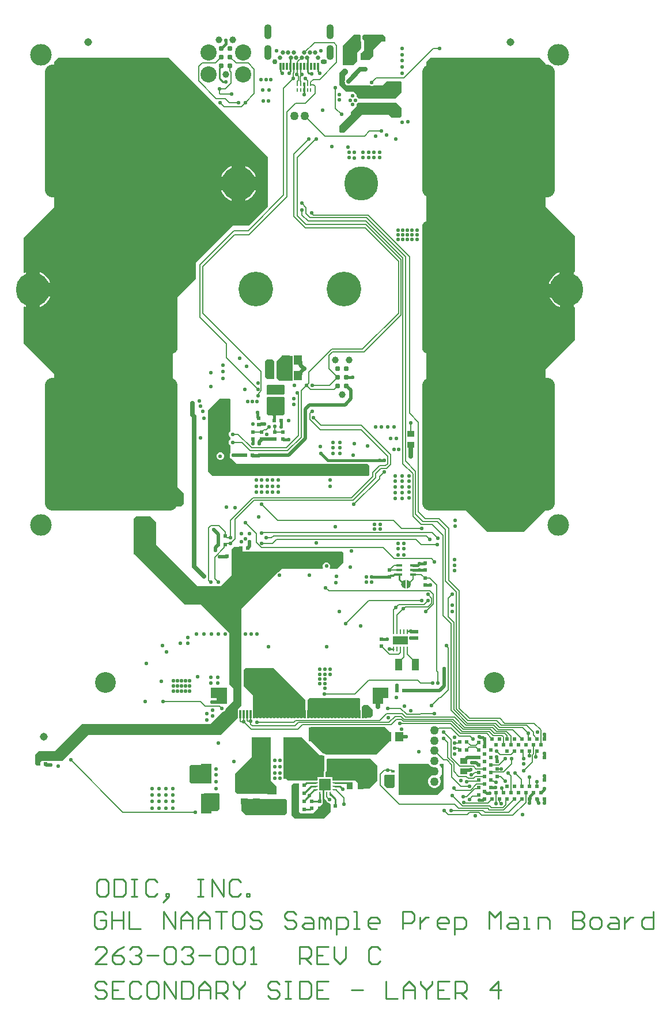
<source format=gbl>
G04*
G04 #@! TF.GenerationSoftware,Altium Limited,Altium Designer,24.9.1 (31)*
G04*
G04 Layer_Physical_Order=4*
G04 Layer_Color=16711680*
%FSLAX44Y44*%
%MOMM*%
G71*
G04*
G04 #@! TF.SameCoordinates,1259BD5C-C6F3-40BD-8840-5C3A0C5864AA*
G04*
G04*
G04 #@! TF.FilePolarity,Positive*
G04*
G01*
G75*
%ADD11C,0.2500*%
%ADD13C,0.1524*%
%ADD14C,0.2000*%
%ADD15C,0.1270*%
%ADD17C,0.2540*%
%ADD19R,0.6000X0.6000*%
%ADD23R,1.0000X0.9500*%
%ADD24R,0.6000X0.6000*%
%ADD39R,1.1500X1.4500*%
%ADD42R,0.9500X1.0000*%
%ADD59R,1.0000X1.8000*%
%ADD60R,1.0000X0.9000*%
%ADD61R,1.6000X3.0000*%
%ADD64R,0.5000X0.3500*%
%ADD145C,3.1750*%
%ADD146C,0.7874*%
%ADD152C,1.1430*%
%ADD153C,0.3810*%
%ADD154C,0.6350*%
%ADD155C,0.5000*%
%ADD156C,2.0000*%
%ADD158C,0.6000*%
%ADD159C,0.2400*%
%ADD160C,0.9906*%
%ADD161C,2.3749*%
%ADD162C,5.0000*%
%ADD163C,1.2700*%
%ADD164C,0.7500*%
%ADD165O,0.9500X0.7500*%
%ADD166C,0.6500*%
%ADD167O,1.1000X2.2000*%
%ADD168C,5.0800*%
%ADD169C,3.0480*%
%ADD170C,0.5588*%
%ADD172R,0.8326X0.3548*%
G04:AMPARAMS|DCode=173|XSize=19.5mm|YSize=19.5mm|CornerRadius=1.17mm|HoleSize=0mm|Usage=FLASHONLY|Rotation=180.000|XOffset=0mm|YOffset=0mm|HoleType=Round|Shape=RoundedRectangle|*
%AMROUNDEDRECTD173*
21,1,19.5000,17.1600,0,0,180.0*
21,1,17.1600,19.5000,0,0,180.0*
1,1,2.3400,-8.5800,8.5800*
1,1,2.3400,8.5800,8.5800*
1,1,2.3400,8.5800,-8.5800*
1,1,2.3400,-8.5800,-8.5800*
%
%ADD173ROUNDEDRECTD173*%
G04:AMPARAMS|DCode=174|XSize=16mm|YSize=19.5mm|CornerRadius=0.96mm|HoleSize=0mm|Usage=FLASHONLY|Rotation=180.000|XOffset=0mm|YOffset=0mm|HoleType=Round|Shape=RoundedRectangle|*
%AMROUNDEDRECTD174*
21,1,16.0000,17.5800,0,0,180.0*
21,1,14.0800,19.5000,0,0,180.0*
1,1,1.9200,-7.0400,8.7900*
1,1,1.9200,7.0400,8.7900*
1,1,1.9200,7.0400,-8.7900*
1,1,1.9200,-7.0400,-8.7900*
%
%ADD174ROUNDEDRECTD174*%
%ADD175R,1.4500X1.1500*%
%ADD176R,0.2000X0.5500*%
%ADD177R,0.4000X0.5500*%
%ADD178R,2.0066X2.0066*%
%ADD179R,1.6000X2.4000*%
%ADD180R,0.3000X1.2000*%
%ADD181R,0.3000X1.1000*%
%ADD182R,2.7000X6.2000*%
%ADD183R,0.5080X0.5080*%
%ADD184R,0.5080X0.5080*%
%ADD185R,2.2000X1.3000*%
%ADD186R,0.2540X0.7112*%
G04:AMPARAMS|DCode=187|XSize=0.6mm|YSize=0.24mm|CornerRadius=0.06mm|HoleSize=0mm|Usage=FLASHONLY|Rotation=180.000|XOffset=0mm|YOffset=0mm|HoleType=Round|Shape=RoundedRectangle|*
%AMROUNDEDRECTD187*
21,1,0.6000,0.1200,0,0,180.0*
21,1,0.4800,0.2400,0,0,180.0*
1,1,0.1200,-0.2400,0.0600*
1,1,0.1200,0.2400,0.0600*
1,1,0.1200,0.2400,-0.0600*
1,1,0.1200,-0.2400,-0.0600*
%
%ADD187ROUNDEDRECTD187*%
G04:AMPARAMS|DCode=188|XSize=0.6mm|YSize=0.24mm|CornerRadius=0.06mm|HoleSize=0mm|Usage=FLASHONLY|Rotation=90.000|XOffset=0mm|YOffset=0mm|HoleType=Round|Shape=RoundedRectangle|*
%AMROUNDEDRECTD188*
21,1,0.6000,0.1200,0,0,90.0*
21,1,0.4800,0.2400,0,0,90.0*
1,1,0.1200,0.0600,0.2400*
1,1,0.1200,0.0600,-0.2400*
1,1,0.1200,-0.0600,-0.2400*
1,1,0.1200,-0.0600,0.2400*
%
%ADD188ROUNDEDRECTD188*%
%ADD189R,1.6600X1.6600*%
%ADD190C,0.3000*%
%ADD191C,0.7000*%
G36*
X411995Y946536D02*
Y941536D01*
X410995Y940536D01*
X405995D01*
X393995Y928536D01*
Y919536D01*
X387995Y913536D01*
X374995D01*
Y922536D01*
X379995Y927536D01*
Y942536D01*
X377995Y944536D01*
X377995Y948536D01*
X379995Y950536D01*
X407995D01*
X411995Y946536D01*
D02*
G37*
G36*
X374995Y949536D02*
Y948832D01*
X374936Y948536D01*
X374937Y948536D01*
X374937Y944536D01*
X374937Y944536D01*
X374995Y944241D01*
X374995Y929536D01*
X369995Y924536D01*
Y911536D01*
X363995Y905536D01*
X348995D01*
Y934536D01*
X364995Y950536D01*
X373995D01*
X374995Y949536D01*
D02*
G37*
G36*
X356995Y897536D02*
X356995Y894536D01*
X351995Y889536D01*
Y883708D01*
X351700Y882224D01*
X351995Y880740D01*
Y878536D01*
X354642Y875890D01*
X388349D01*
X388411Y875827D01*
X390372Y875015D01*
X392494D01*
X394454Y875827D01*
X394517Y875890D01*
X407369D01*
X413369Y881890D01*
X434369D01*
X435369Y880890D01*
Y865890D01*
X426369Y856890D01*
X371977D01*
X371830Y857245D01*
X370329Y858746D01*
X369369Y859143D01*
Y862390D01*
X368054Y863705D01*
X367830Y864245D01*
X366329Y865746D01*
X365789Y865969D01*
X365223Y866536D01*
X364421D01*
X364369Y866558D01*
X362247D01*
X362195Y866536D01*
X353995D01*
X343995Y876536D01*
Y894536D01*
X349995Y900536D01*
X353995D01*
X356995Y897536D01*
D02*
G37*
G36*
X435369Y842890D02*
Y830890D01*
X433369Y828890D01*
X420369D01*
X416369Y832890D01*
X377349D01*
X350995Y806536D01*
X345995D01*
X343995Y808536D01*
Y816536D01*
X360995Y833536D01*
Y837016D01*
X369369Y845390D01*
Y849304D01*
X370329Y849702D01*
X371517Y850890D01*
X427369D01*
X435369Y842890D01*
D02*
G37*
G36*
X647000Y908000D02*
Y698000D01*
X690000Y655000D01*
Y603162D01*
Y602208D01*
X688917Y601544D01*
X688372Y601822D01*
X684249Y603162D01*
X679967Y603840D01*
X679070D01*
Y576300D01*
Y548760D01*
X679967D01*
X684249Y549438D01*
X688372Y550778D01*
X688917Y551056D01*
X690000Y550392D01*
Y502500D01*
X647000Y459500D01*
Y253000D01*
X615000Y221000D01*
X561000D01*
X524000Y258000D01*
X472005D01*
Y911000D01*
X478005Y917000D01*
X638000D01*
X647000Y908000D01*
D02*
G37*
G36*
X239000Y771000D02*
Y698292D01*
X211353Y670647D01*
X210707Y670000D01*
X187000D01*
X133000Y616000D01*
Y592292D01*
X99604Y558901D01*
Y293901D01*
X115608Y277896D01*
Y261901D01*
X111608Y257901D01*
X-75392D01*
Y452900D01*
X-120392Y497900D01*
Y551356D01*
X-119309Y552020D01*
X-116872Y550778D01*
X-112749Y549438D01*
X-108467Y548760D01*
X-107570D01*
Y576300D01*
Y603840D01*
X-108467D01*
X-112749Y603162D01*
X-116872Y601822D01*
X-119309Y600580D01*
X-120392Y601244D01*
Y652608D01*
X-75392Y697608D01*
X-75392Y910901D01*
X-69392Y916901D01*
X93099D01*
X239000Y771000D01*
D02*
G37*
G36*
X248225Y471075D02*
Y444825D01*
X238225D01*
X234475Y448575D01*
X234475Y470825D01*
X237475Y473825D01*
X245475D01*
X248225Y471075D01*
D02*
G37*
G36*
X275225Y442950D02*
X255225D01*
X251284Y446891D01*
Y471009D01*
X259225Y478950D01*
X275225Y478950D01*
Y442950D01*
D02*
G37*
G36*
X263225Y435950D02*
X263225Y422950D01*
X262225Y421950D01*
X238225D01*
X237225Y422950D01*
Y435950D01*
X238225Y436950D01*
X262225D01*
X263225Y435950D01*
D02*
G37*
G36*
Y417950D02*
Y393950D01*
X261225Y391950D01*
X239225D01*
X237225Y393950D01*
Y417950D01*
X238176Y418901D01*
X238225Y418891D01*
X238225Y418891D01*
X262225D01*
X262225Y418891D01*
X262274Y418901D01*
X263225Y417950D01*
D02*
G37*
G36*
X184000Y415102D02*
X184000Y368531D01*
X183979Y368522D01*
X182478Y367021D01*
X181666Y365061D01*
Y362939D01*
X182478Y360979D01*
X183979Y359478D01*
X184000Y359469D01*
X184000Y356531D01*
X183979Y356522D01*
X182478Y355022D01*
X181666Y353061D01*
Y350939D01*
X182478Y348979D01*
X183979Y347478D01*
X184000Y347469D01*
X184000Y336543D01*
X183478Y336021D01*
X182666Y334061D01*
Y331939D01*
X183478Y329978D01*
X184979Y328478D01*
X185906Y328094D01*
X193000Y321000D01*
X385000Y321000D01*
X388000Y318000D01*
X388000Y305000D01*
X386000Y303000D01*
X158000Y303000D01*
X151000Y310000D01*
Y399000D01*
X168000Y416000D01*
X183102D01*
X184000Y415102D01*
D02*
G37*
G36*
X75000Y235000D02*
Y202000D01*
X136000Y141000D01*
X170000D01*
X186000Y157000D01*
Y195000D01*
X190000Y199000D01*
X201000D01*
X202000Y198586D01*
Y192000D01*
X348000D01*
X350000Y190000D01*
Y176000D01*
X341000Y167000D01*
X330662D01*
X329830Y168270D01*
X330329Y169475D01*
Y171597D01*
X329517Y173557D01*
X328017Y175058D01*
X326056Y175870D01*
X323934D01*
X321974Y175058D01*
X320473Y173557D01*
X319661Y171597D01*
Y169475D01*
X320160Y168270D01*
X319328Y167000D01*
X259000D01*
X253906Y161906D01*
X252978Y161522D01*
X251478Y160021D01*
X251094Y159094D01*
X201000Y109000D01*
X200000Y108000D01*
Y18296D01*
X199941Y18000D01*
X199941Y18000D01*
Y-5000D01*
X199941Y-5000D01*
X200000Y-5296D01*
Y-34000D01*
X195000Y-39000D01*
Y-52000D01*
X170000Y-77000D01*
X-25000Y-77000D01*
X-63000Y-115000D01*
X-93000D01*
X-96000Y-118000D01*
Y-122000D01*
X-101000Y-122000D01*
X-103000Y-120000D01*
Y-106000D01*
X-98000Y-101000D01*
X-74000D01*
X-34000Y-61000D01*
X154726D01*
X172392Y-43334D01*
X172561D01*
X174522Y-42522D01*
X176022Y-41021D01*
X176834Y-39061D01*
Y-38892D01*
X185916Y-29810D01*
X186908Y-29147D01*
X187571Y-28155D01*
X188000Y-27726D01*
Y-9000D01*
X187084Y-8084D01*
X186908Y-7821D01*
X186646Y-7646D01*
X182000Y-3000D01*
Y73000D01*
X141000Y114000D01*
X117000D01*
X42000Y189000D01*
Y240000D01*
X46000Y244000D01*
X66000D01*
X75000Y235000D01*
D02*
G37*
G36*
X416245Y-23468D02*
X408245D01*
Y-7468D01*
X416245D01*
Y-23468D01*
D02*
G37*
G36*
X163246D02*
X155246D01*
Y-7468D01*
X163246D01*
Y-23468D01*
D02*
G37*
G36*
X393000Y-40000D02*
Y-49000D01*
X390000Y-52000D01*
X377059D01*
X377059Y-35941D01*
X380000Y-33000D01*
X386000D01*
X393000Y-40000D01*
D02*
G37*
G36*
X373000Y-23000D02*
X374000Y-24000D01*
X374000Y-52000D01*
X297000D01*
Y-26000D01*
X300000Y-23000D01*
X328999D01*
X373000Y-23000D01*
D02*
G37*
G36*
X293951Y-25951D02*
X293941Y-26000D01*
X293941Y-26000D01*
Y-52000D01*
X217000D01*
Y-19000D01*
X203000Y-5000D01*
Y18000D01*
X206000Y21000D01*
X247000D01*
X293951Y-25951D01*
D02*
G37*
G36*
X417231Y-72050D02*
X417231Y-87195D01*
X398426Y-106000D01*
X324353D01*
X324113Y-105642D01*
X323121Y-104979D01*
X321950Y-104746D01*
X319928D01*
X301231Y-86049D01*
Y-65195D01*
X410377Y-65195D01*
X417231Y-72050D01*
D02*
G37*
G36*
X315951Y-107805D02*
X321950D01*
Y-113509D01*
X321892Y-113805D01*
X321892Y-113805D01*
X321892Y-129538D01*
X321788Y-129642D01*
X321125Y-130634D01*
X320892Y-131805D01*
X320892Y-131805D01*
Y-138805D01*
X311950D01*
Y-143805D01*
X267950D01*
X265951Y-141805D01*
Y-108805D01*
Y-80805D01*
X288951D01*
X315951Y-107805D01*
D02*
G37*
G36*
X153000Y-148000D02*
X126000D01*
X124000Y-146000D01*
Y-123000D01*
X126000Y-121000D01*
X153000D01*
Y-148000D01*
D02*
G37*
G36*
X497000Y-156000D02*
X488000Y-165000D01*
X431255D01*
Y-152786D01*
X430755D01*
Y-128286D01*
X431255D01*
Y-119768D01*
X475368D01*
X476218Y-121241D01*
X476563Y-121586D01*
X476562Y-121586D01*
X477959Y-122982D01*
X480091Y-124213D01*
X482469Y-124851D01*
X483700D01*
Y-136150D01*
X482469D01*
X480091Y-136787D01*
X477959Y-138018D01*
X476562Y-139414D01*
X476563Y-139414D01*
X476218Y-139759D01*
X474987Y-141891D01*
X474350Y-144269D01*
Y-146731D01*
X474987Y-149109D01*
X476218Y-151241D01*
X477959Y-152982D01*
X480091Y-154213D01*
X482469Y-154850D01*
X484931D01*
X487309Y-154213D01*
X489441Y-152982D01*
X491182Y-151241D01*
X492413Y-149109D01*
X493050Y-146731D01*
Y-144269D01*
X492413Y-141891D01*
X491182Y-139759D01*
X490837Y-139414D01*
X492782Y-137469D01*
X494277Y-134881D01*
X495050Y-131994D01*
Y-129006D01*
X494277Y-126119D01*
X492782Y-123531D01*
X490837Y-121586D01*
X491182Y-121241D01*
X492032Y-119768D01*
X497000D01*
Y-156000D01*
D02*
G37*
G36*
X425005Y-153536D02*
X423005Y-155536D01*
X414005Y-155536D01*
X410005Y-151536D01*
Y-136536D01*
X411005Y-135536D01*
X425005D01*
X425005Y-153536D01*
D02*
G37*
G36*
X343951Y-111805D02*
X389951D01*
X399950Y-121805D01*
Y-143805D01*
X387951Y-155805D01*
X370951D01*
Y-147805D01*
X366950Y-143805D01*
X333951D01*
Y-138805D01*
X323951D01*
Y-131805D01*
X324950Y-130805D01*
X324950Y-113805D01*
X326950Y-111805D01*
X343951Y-111805D01*
D02*
G37*
G36*
X242950Y-143805D02*
X250951Y-151805D01*
X250951Y-163805D01*
X193805D01*
X191000Y-161000D01*
X191000Y-133755D01*
X219951Y-104805D01*
Y-80805D01*
X242950D01*
Y-143805D01*
D02*
G37*
G36*
X168000Y-164000D02*
Y-186000D01*
X165000Y-189000D01*
X145000D01*
X143000Y-187000D01*
X142000Y-186000D01*
Y-166000D01*
X145000Y-163000D01*
X167000D01*
X168000Y-164000D01*
D02*
G37*
G36*
X266950Y-172805D02*
Y-191805D01*
X263951Y-194805D01*
X206805D01*
X200000Y-188000D01*
Y-170805D01*
X264951D01*
X266950Y-172805D01*
D02*
G37*
G36*
X284993Y-190091D02*
X286993Y-192091D01*
X305909D01*
X318730Y-179270D01*
X319270D01*
Y-170730D01*
X318993D01*
Y-157591D01*
X321993D01*
Y-170091D01*
X324617Y-172714D01*
Y-172866D01*
X325429Y-174826D01*
X326929Y-176327D01*
X328890Y-177139D01*
X329042D01*
X330993Y-179091D01*
Y-190091D01*
X320993Y-200091D01*
X278993D01*
X273993Y-195091D01*
Y-151091D01*
X276993Y-148091D01*
X284993D01*
Y-190091D01*
D02*
G37*
%LPC*%
G36*
X676530Y603840D02*
X675632D01*
X671351Y603162D01*
X667228Y601822D01*
X663366Y599854D01*
X659859Y597306D01*
X656794Y594241D01*
X654246Y590734D01*
X652278Y586872D01*
X650938Y582749D01*
X650260Y578467D01*
Y577570D01*
X676530D01*
Y603840D01*
D02*
G37*
G36*
Y575030D02*
X650260D01*
Y574132D01*
X650938Y569851D01*
X652278Y565728D01*
X654246Y561866D01*
X656794Y558359D01*
X659859Y555294D01*
X663366Y552746D01*
X667228Y550778D01*
X671351Y549438D01*
X675632Y548760D01*
X676530D01*
Y575030D01*
D02*
G37*
G36*
X197918Y759540D02*
X197020D01*
Y733270D01*
X223290D01*
Y734167D01*
X222612Y738449D01*
X221273Y742572D01*
X219305Y746434D01*
X216757Y749941D01*
X213691Y753006D01*
X210184Y755554D01*
X206322Y757522D01*
X202199Y758862D01*
X197918Y759540D01*
D02*
G37*
G36*
X194480D02*
X193583D01*
X189301Y758862D01*
X185179Y757522D01*
X181316Y755554D01*
X177809Y753006D01*
X174744Y749941D01*
X172196Y746434D01*
X170228Y742572D01*
X168888Y738449D01*
X168210Y734167D01*
Y733270D01*
X194480D01*
Y759540D01*
D02*
G37*
G36*
X223290Y730730D02*
X197020D01*
Y704460D01*
X197918D01*
X202199Y705138D01*
X206322Y706478D01*
X210184Y708446D01*
X213691Y710994D01*
X216757Y714059D01*
X219305Y717566D01*
X221273Y721428D01*
X222612Y725551D01*
X223290Y729833D01*
Y730730D01*
D02*
G37*
G36*
X194480D02*
X168210D01*
Y729833D01*
X168888Y725551D01*
X170228Y721428D01*
X172196Y717566D01*
X174744Y714059D01*
X177809Y710994D01*
X181316Y708446D01*
X185179Y706478D01*
X189301Y705138D01*
X193583Y704460D01*
X194480D01*
Y730730D01*
D02*
G37*
G36*
X-104132Y603840D02*
X-105030D01*
Y577570D01*
X-78760D01*
Y578467D01*
X-79438Y582749D01*
X-80778Y586872D01*
X-82746Y590734D01*
X-85294Y594241D01*
X-88359Y597306D01*
X-91866Y599854D01*
X-95728Y601822D01*
X-99851Y603162D01*
X-104132Y603840D01*
D02*
G37*
G36*
X-78760Y575030D02*
X-105030D01*
Y548760D01*
X-104132D01*
X-99851Y549438D01*
X-95728Y550778D01*
X-91866Y552746D01*
X-88359Y555294D01*
X-85294Y558359D01*
X-82746Y561866D01*
X-80778Y565728D01*
X-79438Y569851D01*
X-78760Y574132D01*
Y575030D01*
D02*
G37*
G36*
X170061Y337334D02*
X167939D01*
X165979Y336522D01*
X164478Y335022D01*
X163666Y333061D01*
Y330939D01*
X164478Y328979D01*
X165979Y327478D01*
X167939Y326666D01*
X170061D01*
X172021Y327478D01*
X173522Y328979D01*
X174334Y330939D01*
Y333061D01*
X173522Y335022D01*
X172021Y336522D01*
X170061Y337334D01*
D02*
G37*
%LPD*%
G36*
G01X440984Y150350D02*
G01Y137650D01*
G02X434634Y144000I0J6350D01*
G02X440984Y150350I6350J0D01*
D02*
G37*
G36*
G01X443016Y137650D02*
G01Y150350D01*
G02X449366Y144000I0J-6350D01*
G02X443016Y137650I-6350J0D01*
D02*
G37*
D11*
X431614Y151338D02*
Y158500D01*
Y151338D02*
X438952Y144000D01*
X170650Y903846D02*
Y905300D01*
X168000Y901196D02*
X170650Y903846D01*
X168000Y886000D02*
Y901196D01*
Y886000D02*
X172873Y881127D01*
X176873D02*
X177000Y881000D01*
X172873Y881127D02*
X176873D01*
X291995Y862936D02*
Y878186D01*
X297195Y903836D02*
Y916436D01*
Y895228D02*
Y903836D01*
Y895228D02*
X298833Y893591D01*
X302409D01*
X303000Y893000D01*
X443464Y74700D02*
Y74830D01*
X443484Y74850D02*
X448850D01*
X443464Y74830D02*
X443484Y74850D01*
X448850D02*
X449000Y75000D01*
X291995Y862936D02*
X291995Y862936D01*
X257195Y896736D02*
X259995Y893936D01*
X257195Y896736D02*
Y903836D01*
X312195Y896736D02*
X314995Y893936D01*
X312195Y896736D02*
Y903836D01*
X270000Y894000D02*
Y894836D01*
X271945Y896781D01*
Y903586D01*
X272195Y903836D01*
X423464Y48792D02*
Y48876D01*
X418104Y48896D02*
X423444D01*
X423464Y48876D01*
X418000Y49000D02*
X418104Y48896D01*
X272195Y916436D02*
X272695Y916936D01*
X272195Y903836D02*
Y916436D01*
X296695Y916936D02*
X297195Y916436D01*
D13*
X386000Y686000D02*
X447000Y625000D01*
X306107Y686000D02*
X386000D01*
X447000Y395000D02*
Y625000D01*
X301000Y682000D02*
X384000D01*
X441000Y325000D02*
Y625000D01*
X384000Y682000D02*
X441000Y625000D01*
X298000Y677000D02*
X383000D01*
X437000Y623000D01*
Y321000D02*
Y623000D01*
X295000Y672000D02*
X383000D01*
X434206Y539206D02*
Y620794D01*
X383000Y672000D02*
X434206Y620794D01*
X294000Y667000D02*
X382000D01*
X431000Y618000D01*
Y542000D02*
Y618000D01*
X630000Y-60000D02*
X640000Y-70000D01*
X587000Y-60000D02*
X630000D01*
X580000Y-53000D02*
X587000Y-60000D01*
X575000Y-56000D02*
X582000Y-63000D01*
X619000D02*
X629000Y-73000D01*
X582000Y-63000D02*
X619000D01*
X496000Y98000D02*
Y216000D01*
Y98000D02*
X508000Y86000D01*
Y-41000D02*
Y86000D01*
X512000Y-40000D02*
Y88000D01*
X504000Y96000D02*
Y123000D01*
Y96000D02*
X512000Y88000D01*
X376000Y371000D02*
X415000Y332000D01*
X412000Y318000D02*
X415000Y321000D01*
Y332000D01*
X376000Y377000D02*
X419000Y334000D01*
Y320000D02*
Y334000D01*
X413000Y314000D02*
X419000Y320000D01*
X289000Y686000D02*
Y693000D01*
Y686000D02*
X298000Y677000D01*
X295000Y688000D02*
X301000Y682000D01*
X289000Y703000D02*
X295000Y697000D01*
Y688000D02*
Y697000D01*
X512000Y-40000D02*
X532000Y-60000D01*
X508000Y-41000D02*
X530000Y-63000D01*
X535000Y-53000D02*
X580000D01*
X520000Y-38000D02*
Y134414D01*
Y-38000D02*
X535000Y-53000D01*
X516000Y-39000D02*
X533000Y-56000D01*
X575000D01*
X513000Y-51000D02*
X528000Y-66000D01*
X511000Y-54000D02*
X526000Y-69000D01*
X509000Y-57000D02*
X524000Y-72000D01*
X507000Y-60000D02*
X522000Y-75000D01*
X564000Y-72000D02*
X570000Y-78000D01*
X524000Y-72000D02*
X564000D01*
X526000Y-69000D02*
X566000D01*
X572000Y-75000D01*
X573000Y-60000D02*
X579588Y-66588D01*
X532000Y-60000D02*
X573000D01*
X571000Y-63000D02*
X577382Y-69382D01*
X530000Y-63000D02*
X571000D01*
X560500Y-75000D02*
X568500Y-83000D01*
X522000Y-75000D02*
X560500D01*
X528000Y-66000D02*
X569000D01*
X575176Y-72176D01*
X579588Y-66588D02*
X613588D01*
X585000Y-92000D02*
Y-80000D01*
X570000Y-78000D02*
X583000D01*
X585000Y-80000D01*
X590500Y-83000D02*
Y-78500D01*
X587000Y-75000D02*
X590500Y-78500D01*
X572000Y-75000D02*
X587000D01*
X589176Y-72176D02*
X596000Y-79000D01*
X575176Y-72176D02*
X589176D01*
X596000Y-92000D02*
Y-79000D01*
X598882Y-69382D02*
X612500Y-83000D01*
X577382Y-69382D02*
X598882D01*
X613588Y-66588D02*
X622000Y-75000D01*
X516000Y-39000D02*
Y133000D01*
X504500Y149914D02*
X520000Y134414D01*
X500000Y149000D02*
X516000Y133000D01*
X504000Y123000D02*
X510000Y129000D01*
X488000Y236000D02*
X500000Y224000D01*
Y149000D02*
Y224000D01*
X490000Y240000D02*
X504500Y225500D01*
Y149914D02*
Y225500D01*
X480000Y232000D02*
X496000Y216000D01*
X452000Y244000D02*
X464000Y232000D01*
X480000D01*
X467000Y236000D02*
X488000D01*
X456000Y247000D02*
X467000Y236000D01*
X452000Y244000D02*
Y306000D01*
X460000Y250000D02*
X470000Y240000D01*
X490000D01*
X437000Y321000D02*
X452000Y306000D01*
X456000Y247000D02*
Y310000D01*
X441000Y325000D02*
X456000Y310000D01*
X380000Y485000D02*
X434206Y539206D01*
X378000Y489000D02*
X431000Y542000D01*
X403000Y318000D02*
X412000D01*
X405000Y314000D02*
X413000D01*
X393369Y308369D02*
X403000Y318000D01*
X397000Y306000D02*
X405000Y314000D01*
X200000Y845000D02*
X203000Y848000D01*
X169000Y851000D02*
X175000Y845000D01*
X200000D01*
X206000Y850922D02*
Y851000D01*
X203000Y848000D02*
X203078D01*
X206000Y850922D01*
Y851000D02*
X219000Y864000D01*
Y900000D01*
X182000Y851000D02*
X196000D01*
X163000Y857000D02*
X176000D01*
X182000Y851000D01*
X137185Y882814D02*
Y904121D01*
Y882814D02*
X163000Y857000D01*
X169000Y863000D02*
X186000D01*
X168000Y864000D02*
X169000Y863000D01*
X168000Y864000D02*
Y871000D01*
X176000D01*
X210000Y909000D02*
X219000Y900000D01*
X192350Y909000D02*
X210000D01*
X183350Y918000D02*
X192350Y909000D01*
X183350Y918000D02*
Y918000D01*
X142065Y909000D02*
X161650D01*
X137185Y904121D02*
X142065Y909000D01*
X176000Y871000D02*
X184493Y879493D01*
Y895704D01*
X303107Y689000D02*
X306107Y686000D01*
X303000Y689000D02*
X303107D01*
X183350Y896847D02*
X184493Y895704D01*
X183350Y896847D02*
Y905300D01*
X161650Y909000D02*
X170650Y918000D01*
X418000Y165000D02*
X424500Y171500D01*
X431614D01*
X418000Y165000D02*
X431614D01*
X445048Y144000D02*
X452386Y151338D01*
X329000Y134000D02*
X477000D01*
X482000Y129000D01*
Y115000D02*
Y129000D01*
X324000Y139000D02*
X329000Y134000D01*
X452386Y151338D02*
Y158500D01*
X470000Y153000D02*
X477000D01*
X464500Y158500D02*
X470000Y153000D01*
X477000D02*
X487000Y143000D01*
Y17000D02*
Y143000D01*
X452386Y158500D02*
X464500D01*
X431000Y41000D02*
X433464Y43464D01*
X418000Y41000D02*
X431000D01*
X406000Y53000D02*
X418000Y41000D01*
X433464Y43464D02*
Y48792D01*
X489000Y-1000D02*
Y15000D01*
X487000Y17000D02*
X489000Y15000D01*
X504000Y-11000D02*
Y51000D01*
X492889Y-22111D02*
X504000Y-11000D01*
X501000Y54000D02*
X504000Y51000D01*
X490889Y-22111D02*
X492889D01*
X479000Y-34000D02*
X490889Y-22111D01*
X592000Y-133503D02*
X596000Y-137503D01*
Y-162000D02*
Y-137503D01*
X592000Y-133503D02*
Y-133000D01*
X388000Y809000D02*
X406000D01*
X381000Y802000D02*
X388000Y809000D01*
X322500Y802000D02*
X381000D01*
X293000Y831500D02*
X322500Y802000D01*
X277000Y775000D02*
X299000Y797000D01*
X299000D01*
X277000Y684000D02*
Y775000D01*
X282000Y770000D02*
X309000Y797000D01*
X310000D01*
X282000Y685000D02*
Y770000D01*
X482000Y930000D02*
X491000D01*
X438890Y886890D02*
X482000Y930000D01*
X397974Y886890D02*
X438890D01*
X391433Y880349D02*
X397974Y886890D01*
X190000Y657000D02*
X211000D01*
X267000Y713000D02*
Y837000D01*
X211000Y657000D02*
X267000Y713000D01*
X189000Y663000D02*
X210000D01*
X139000Y536000D02*
Y613000D01*
X189000Y663000D01*
X143000Y610000D02*
X190000Y657000D01*
X143000Y542000D02*
Y610000D01*
Y542000D02*
X229125Y455875D01*
X178000Y476175D02*
X224299Y429876D01*
X178000Y476175D02*
Y497000D01*
X229125Y427877D02*
Y455875D01*
X139000Y536000D02*
X178000Y497000D01*
X210000Y663000D02*
X262000Y715000D01*
Y872000D01*
X334000Y485000D02*
X380000D01*
X333000Y489000D02*
X378000D01*
X277000Y684000D02*
X294000Y667000D01*
X282000Y685000D02*
X295000Y672000D01*
X447000Y395000D02*
X460000Y382000D01*
X299000Y455000D02*
X333000Y489000D01*
X299000Y439000D02*
Y455000D01*
X329000Y480000D02*
X334000Y485000D01*
X329000Y460650D02*
Y480000D01*
Y460650D02*
X341650Y448000D01*
X436000Y-46000D02*
X441000Y-51000D01*
X427826Y-54174D02*
X434999D01*
X434000Y-38000D02*
X442826Y-46826D01*
X420000Y-62000D02*
X427826Y-54174D01*
X442826Y-46826D02*
X462450D01*
X441000Y-51000D02*
X513000D01*
X433000Y-60000D02*
X507000D01*
X462450Y-46826D02*
X463276Y-46000D01*
X438776Y-54000D02*
X511000D01*
X437825Y-57000D02*
X509000D01*
X434999Y-54174D02*
X437825Y-57000D01*
X434776Y-50000D02*
X438776Y-54000D01*
X463276Y-46000D02*
X484000D01*
X415000Y-38000D02*
X434000D01*
X629000Y-77500D02*
Y-73000D01*
Y-77500D02*
X634500Y-83000D01*
X622000Y-81500D02*
Y-75000D01*
Y-81500D02*
X623500Y-83000D01*
X640000Y-92000D02*
Y-70000D01*
X290000Y-62000D02*
X420000D01*
X283000Y-69000D02*
X290000Y-62000D01*
X474000Y111000D02*
X479206Y116206D01*
X471000Y104000D02*
X482000Y115000D01*
X479206Y116206D02*
Y123794D01*
X474000Y129000D02*
X479206Y123794D01*
X428464Y98464D02*
X438000Y108000D01*
X441000Y111000D01*
X474000D01*
X460000Y250000D02*
Y382000D01*
X536000Y-79000D02*
X540000Y-83000D01*
X520000Y-79000D02*
X536000D01*
X508000Y-67000D02*
X520000Y-79000D01*
X490181Y-67000D02*
X508000D01*
X262000Y872000D02*
X276000Y886000D01*
X267000Y837000D02*
X280000Y850000D01*
X435000Y226000D02*
X465000D01*
X468000Y114000D02*
X474000Y120000D01*
X431000Y114000D02*
X468000D01*
X387000Y120000D02*
X465000D01*
X353000Y86000D02*
X387000Y120000D01*
X146500Y-35000D02*
X167901D01*
X139500Y-28000D02*
X146500Y-35000D01*
X167901D02*
X170901Y-38000D01*
X171500D01*
X85000Y-28000D02*
X139500D01*
X413000Y-46000D02*
X436000D01*
X403000Y-56000D02*
X413000Y-46000D01*
X280000Y-56000D02*
X403000D01*
X417000Y-59000D02*
X426000Y-50000D01*
X434776D01*
X284000Y-59000D02*
X417000D01*
X277000D02*
X280000Y-56000D01*
X214245Y-69000D02*
X283000D01*
X278893Y-64107D02*
X284000Y-59000D01*
X397000Y300000D02*
Y306000D01*
X393369Y302369D02*
Y308369D01*
X316175Y371000D02*
X376000D01*
X362000Y271000D02*
X393369Y302369D01*
X217000Y271000D02*
X362000D01*
X219000Y267000D02*
X364000D01*
X397000Y300000D01*
X317000Y377000D02*
X376000D01*
X230000Y261000D02*
X253348Y237652D01*
X423348D01*
X449000Y365000D02*
Y381000D01*
X301174Y386001D02*
X316175Y371000D01*
X306000Y388000D02*
X317000Y377000D01*
X301174Y386001D02*
Y395174D01*
X304000Y398000D01*
X367000Y-17000D02*
X387000Y3000D01*
X322000Y-17000D02*
X367000D01*
X230000Y17000D02*
X231000D01*
X387000Y3000D02*
X459000D01*
X336350Y430000D02*
X341650Y435300D01*
X296000Y436000D02*
X302000Y430000D01*
X336350D01*
X329650Y436000D02*
X341650Y448000D01*
X304000Y436000D02*
X329650D01*
X201000Y352000D02*
X213000Y340000D01*
X187000Y352000D02*
X201000D01*
X213000Y340000D02*
X268000D01*
X215000Y344000D02*
X266000D01*
X195000Y364000D02*
X215000Y344000D01*
X187000Y364000D02*
X195000D01*
X226298Y425050D02*
X229125Y427877D01*
X-51000Y-114000D02*
X26000Y-191000D01*
X132000D01*
X209131Y-56869D02*
X213246D01*
X209000Y-57000D02*
X209131Y-56869D01*
X208246Y-56245D02*
X209000Y-57000D01*
X208246Y-56245D02*
Y-46464D01*
X203246Y-58000D02*
X214245Y-69000D01*
X203217Y-57971D02*
X203246Y-58000D01*
Y-46464D01*
X198246Y-57078D02*
Y-46464D01*
Y-57078D02*
X199138Y-57971D01*
X203217D01*
X213312Y-61634D02*
Y-56935D01*
X214893Y-63215D02*
Y-63215D01*
X213312Y-61634D02*
X214893Y-63215D01*
Y-63215D02*
X215786Y-64107D01*
X278893D01*
X152000Y150000D02*
Y227000D01*
Y150000D02*
X155000Y147000D01*
X161000Y152000D02*
Y183825D01*
Y152000D02*
X166000Y147000D01*
X184000Y238000D02*
X217000Y271000D01*
X191000Y239000D02*
X219000Y267000D01*
X296000Y436000D02*
X299000Y439000D01*
X629000Y-105000D02*
Y-92000D01*
X627826Y-106174D02*
X629000Y-105000D01*
X627826Y-117174D02*
Y-106174D01*
X602000Y-133000D02*
X611826Y-142826D01*
Y-152326D02*
Y-142826D01*
Y-152326D02*
X612500Y-153000D01*
X161000Y183825D02*
X174782Y197607D01*
Y200782D02*
X176000Y202000D01*
X174782Y197607D02*
Y200782D01*
X167000Y230000D02*
X176000Y221000D01*
X152000Y227000D02*
X155000Y230000D01*
X167000D01*
X176000Y215000D02*
X176000Y215000D01*
Y221000D01*
X633000Y-109000D02*
Y-102500D01*
X634500Y-101000D01*
X615000Y-130000D02*
X627826Y-117174D01*
X288000Y360000D02*
Y428000D01*
X268000Y340000D02*
X288000Y360000D01*
Y428000D02*
X296000Y436000D01*
X423348Y237652D02*
X435000Y226000D01*
X266000Y344000D02*
X284000Y362000D01*
Y422075D01*
X282000Y424075D02*
X284000Y422075D01*
X282000Y424075D02*
Y425000D01*
X294000Y850000D02*
X308000Y864000D01*
X280000Y850000D02*
X294000D01*
X308000Y864000D02*
Y874931D01*
X224225Y420950D02*
X225003Y421728D01*
Y424005D01*
X226047Y425050D02*
X226298D01*
X225003Y424005D02*
X226047Y425050D01*
X305995Y876936D02*
X308000Y874931D01*
X301995Y876936D02*
X305995D01*
X191000Y211000D02*
Y239000D01*
X184000Y204000D02*
X191000Y211000D01*
X184000Y212000D02*
Y238000D01*
X178000Y204000D02*
X184000D01*
X428464Y74700D02*
Y98464D01*
X513000Y-179000D02*
X519000Y-185000D01*
X562262D01*
X432000Y-179000D02*
X513000D01*
X525000Y-181000D02*
X564738D01*
X510000Y-166000D02*
X525000Y-181000D01*
X512000Y-155241D02*
Y-155000D01*
Y-155241D02*
X514908Y-158149D01*
X536676D01*
X555000Y-188000D02*
X558000Y-191000D01*
X508000Y-188000D02*
X555000D01*
X558000Y-191000D02*
X592500D01*
X549000D02*
X553000Y-195000D01*
X535000Y-191000D02*
X549000D01*
X553000Y-195000D02*
X599000D01*
X504000Y-194000D02*
X532000D01*
X498000Y-188000D02*
X504000Y-194000D01*
X532000D02*
X535000Y-191000D01*
X564738Y-181000D02*
X567738Y-184000D01*
X584024D01*
X562262Y-185000D02*
X564262Y-187000D01*
X585500D01*
X584024Y-184000D02*
X588722Y-179302D01*
Y-172778D01*
X585500Y-187000D02*
X601500Y-171000D01*
X588722Y-172778D02*
X590500Y-171000D01*
X528100Y-176000D02*
X529445Y-177345D01*
X562155D01*
X527107Y-176000D02*
X528100D01*
X562155Y-177345D02*
X568500Y-171000D01*
X535000Y-172000D02*
X539722Y-167278D01*
X546722D01*
X599000Y-195000D02*
X618000Y-176000D01*
X592500Y-191000D02*
X612500Y-171000D01*
X546722Y-167278D02*
X548500Y-165500D01*
X542772Y-156278D02*
X546722D01*
X526000Y-168000D02*
X531050D01*
X542772Y-156278D01*
X536676Y-158149D02*
X545825Y-149000D01*
X546722Y-156278D02*
X548500Y-154500D01*
X545825Y-149000D02*
X557500D01*
X509206Y-139206D02*
X523000Y-153000D01*
X534893D01*
X531000Y-146000D02*
X531722Y-145278D01*
X546722D01*
X548500Y-143500D01*
X519000Y-138000D02*
X530175D01*
X533175Y-141000D01*
X540825D01*
X543825Y-138000D01*
X542600Y-132500D02*
X548500D01*
X539100Y-136000D02*
X542600Y-132500D01*
X543825Y-138000D02*
X557500D01*
X538000Y-136000D02*
X539100D01*
X597000Y-120000D02*
Y-112000D01*
X567174Y-131826D02*
X585174D01*
X597000Y-120000D01*
X566500Y-121500D02*
X578500D01*
X588000Y-112000D01*
X427000Y110000D02*
X431000Y114000D01*
X423464Y106464D02*
X427000Y110000D01*
X512000Y-131000D02*
X519000Y-138000D01*
X512000Y-131000D02*
Y-119000D01*
X459000Y3000D02*
X463000Y-1000D01*
X481000D01*
X596486Y-106014D02*
X601500Y-101000D01*
X575000D02*
X580014Y-106014D01*
X596486D01*
X497000Y-82000D02*
X503000Y-88000D01*
Y-110000D02*
Y-88000D01*
X497000Y-73000D02*
X508000Y-84000D01*
Y-110000D02*
Y-84000D01*
X486681Y-70500D02*
X490181Y-67000D01*
X483700Y-70500D02*
X486681D01*
X223000Y-59000D02*
X277000D01*
X213246Y-56869D02*
Y-46464D01*
X423464Y74700D02*
Y106464D01*
X509206Y-139206D02*
Y-121206D01*
X502000Y-114000D02*
X509206Y-121206D01*
X497200Y-114000D02*
X502000D01*
X483700Y-100500D02*
X497200Y-114000D01*
X508000Y-110000D02*
X520826Y-122826D01*
X503000Y-110000D02*
X512000Y-119000D01*
X634000Y-152500D02*
X634500Y-153000D01*
X634000Y-152500D02*
Y-146000D01*
X623000Y-152500D02*
X623500Y-153000D01*
X623000Y-152500D02*
Y-139000D01*
X575500Y-127000D02*
X582000D01*
X566500Y-132500D02*
X567174Y-131826D01*
X614278Y-111278D02*
X615000Y-112000D01*
X614278Y-111278D02*
Y-102778D01*
X612500Y-101000D02*
X614278Y-102778D01*
X179000Y212000D02*
X184000D01*
X176000Y215000D02*
X179000Y212000D01*
X572900Y-147000D02*
X574000D01*
X568278Y-145278D02*
X571178D01*
X566500Y-143500D02*
X568278Y-145278D01*
X571178D02*
X572900Y-147000D01*
X520826Y-122826D02*
X540826D01*
X545000Y-127000D01*
X557500D01*
X404000Y-151000D02*
X432000Y-179000D01*
X618000Y-176000D02*
Y-162000D01*
X404000Y-151000D02*
Y-135000D01*
X410000Y-129000D01*
X421100D01*
X623000Y-108000D02*
Y-101500D01*
X275995Y886005D02*
X276000Y886000D01*
X275995Y886005D02*
Y893936D01*
X277195Y895136D01*
X421100Y-129000D02*
X422886Y-130786D01*
X430964Y25700D02*
Y29200D01*
X438464Y36700D01*
Y48792D01*
X455964Y25700D02*
Y29200D01*
X443464Y41700D02*
X455964Y29200D01*
X443464Y41700D02*
Y48792D01*
X261225Y366950D02*
X261225Y366950D01*
X249225Y366950D02*
X261225D01*
X249225D02*
X249357Y367082D01*
Y375817D01*
X217225Y366950D02*
X229225D01*
X233225Y370950D01*
X236225D01*
X240225Y374950D01*
X579500Y-175500D02*
X582000Y-178000D01*
X579500Y-175500D02*
Y-171000D01*
X574000Y-178000D02*
X574000Y-178000D01*
X574000Y-178000D02*
Y-162000D01*
X583222Y-160222D02*
Y-155222D01*
Y-160222D02*
X585000Y-162000D01*
X583000Y-155000D02*
X583222Y-155222D01*
X337995Y842536D02*
X346995Y833536D01*
X337995Y842536D02*
Y872536D01*
X325164Y-168125D02*
Y-164092D01*
X328066Y-171027D02*
X329173D01*
X325164Y-164092D02*
X325451Y-163805D01*
X325164Y-168125D02*
X328066Y-171027D01*
X329173D02*
X329950Y-171805D01*
X581000Y-138000D02*
X588000Y-145000D01*
X575500Y-138000D02*
X581000D01*
X623000Y-101500D02*
X623500Y-101000D01*
X301995Y876936D02*
X301995Y876936D01*
X314995Y884936D02*
X339995Y909936D01*
X305995Y884936D02*
X314995D01*
X339995Y909936D02*
Y934936D01*
X301995Y877936D02*
Y880936D01*
X305995Y884936D01*
X301995Y876936D02*
Y877936D01*
X293995Y885936D02*
X296995Y882936D01*
Y878186D02*
Y882936D01*
X335995Y938936D02*
X339995Y934936D01*
X307695Y938936D02*
X335995D01*
X292695Y923936D02*
X307695Y938936D01*
X277195Y895136D02*
Y903836D01*
D14*
X464500Y202000D02*
X488000D01*
X456436Y210064D02*
X464500Y202000D01*
X230604Y219604D02*
X480396D01*
X488500Y211500D01*
X247000Y215000D02*
X471500D01*
X476500Y210000D01*
X252064Y210064D02*
X456436D01*
X403000Y299000D02*
Y302000D01*
X365000Y261000D02*
X403000Y299000D01*
Y302000D02*
X410000Y309000D01*
X246000Y204000D02*
X252064Y210064D01*
X244000Y212000D02*
X247000Y215000D01*
X230000Y204000D02*
X246000D01*
X230000Y219000D02*
X230604Y219604D01*
X236000Y212000D02*
X244000D01*
X338750Y-157305D02*
X351000Y-169554D01*
Y-179000D02*
Y-169554D01*
X336950Y-157305D02*
X338750D01*
D15*
X408301Y197699D02*
X424000Y182000D01*
X479000D02*
X484000Y177000D01*
X424000Y182000D02*
X479000D01*
X519000Y-89000D02*
X521000Y-87000D01*
X513000Y-89000D02*
X519000D01*
X282195Y910436D02*
X288695Y916936D01*
X280995Y891936D02*
X283425Y889506D01*
Y883366D02*
Y889506D01*
X282195Y903836D02*
Y910436D01*
Y893136D02*
Y903836D01*
X280995Y891936D02*
X280995D01*
X280995D02*
X282195Y893136D01*
X281995Y881936D02*
X283425Y883366D01*
X281995Y878186D02*
Y881936D01*
X519000Y-97000D02*
X521000Y-99000D01*
X513000Y-97000D02*
X519000D01*
X285965Y888906D02*
X288995Y891936D01*
X287195Y893736D02*
Y903836D01*
Y893736D02*
X288995Y891936D01*
X285965Y882966D02*
Y888906D01*
Y882966D02*
X286995Y881936D01*
Y878186D02*
Y881936D01*
X229656Y197699D02*
X408301D01*
X222000Y205355D02*
X229656Y197699D01*
X222000Y205355D02*
Y218000D01*
X206000Y234000D02*
X222000Y218000D01*
X531000Y-87000D02*
X536730Y-92730D01*
X544270D01*
X531000Y-99000D02*
X534730Y-95270D01*
X544270D01*
X548500Y-99500D01*
X544270Y-92730D02*
X548500Y-88500D01*
D17*
X1727Y-443214D02*
X-2505Y-438983D01*
X-10969D01*
X-15201Y-443214D01*
Y-447447D01*
X-10969Y-451679D01*
X-2505D01*
X1727Y-455910D01*
Y-460142D01*
X-2505Y-464374D01*
X-10969D01*
X-15201Y-460142D01*
X27119Y-438983D02*
X10191D01*
Y-464374D01*
X27119D01*
X10191Y-451679D02*
X18655D01*
X52511Y-443214D02*
X48279Y-438983D01*
X39815D01*
X35583Y-443214D01*
Y-460142D01*
X39815Y-464374D01*
X48279D01*
X52511Y-460142D01*
X73671Y-438983D02*
X65207D01*
X60975Y-443214D01*
Y-460142D01*
X65207Y-464374D01*
X73671D01*
X77903Y-460142D01*
Y-443214D01*
X73671Y-438983D01*
X86367Y-464374D02*
Y-438983D01*
X103295Y-464374D01*
Y-438983D01*
X111758D02*
Y-464374D01*
X124454D01*
X128686Y-460142D01*
Y-443214D01*
X124454Y-438983D01*
X111758D01*
X137150Y-464374D02*
Y-447447D01*
X145614Y-438983D01*
X154078Y-447447D01*
Y-464374D01*
Y-451679D01*
X137150D01*
X162542Y-464374D02*
Y-438983D01*
X175238D01*
X179470Y-443214D01*
Y-451679D01*
X175238Y-455910D01*
X162542D01*
X171006D02*
X179470Y-464374D01*
X187934Y-438983D02*
Y-443214D01*
X196398Y-451679D01*
X204862Y-443214D01*
Y-438983D01*
X196398Y-451679D02*
Y-464374D01*
X255645Y-443214D02*
X251413Y-438983D01*
X242950D01*
X238717Y-443214D01*
Y-447447D01*
X242950Y-451679D01*
X251413D01*
X255645Y-455910D01*
Y-460142D01*
X251413Y-464374D01*
X242950D01*
X238717Y-460142D01*
X264109Y-438983D02*
X272573D01*
X268341D01*
Y-464374D01*
X264109D01*
X272573D01*
X285269Y-438983D02*
Y-464374D01*
X297965D01*
X302197Y-460142D01*
Y-443214D01*
X297965Y-438983D01*
X285269D01*
X327589D02*
X310661D01*
Y-464374D01*
X327589D01*
X310661Y-451679D02*
X319125D01*
X361445D02*
X378372D01*
X412228Y-438983D02*
Y-464374D01*
X429156D01*
X437620D02*
Y-447447D01*
X446084Y-438983D01*
X454548Y-447447D01*
Y-464374D01*
Y-451679D01*
X437620D01*
X463012Y-438983D02*
Y-443214D01*
X471476Y-451679D01*
X479939Y-443214D01*
Y-438983D01*
X471476Y-451679D02*
Y-464374D01*
X505331Y-438983D02*
X488404D01*
Y-464374D01*
X505331D01*
X488404Y-451679D02*
X496867D01*
X513795Y-464374D02*
Y-438983D01*
X526491D01*
X530723Y-443214D01*
Y-451679D01*
X526491Y-455910D01*
X513795D01*
X522259D02*
X530723Y-464374D01*
X577275D02*
Y-438983D01*
X564579Y-451679D01*
X581507D01*
X-145Y-288975D02*
X-8608D01*
X-12840Y-293207D01*
Y-310134D01*
X-8608Y-314366D01*
X-145D01*
X4087Y-310134D01*
Y-293207D01*
X-145Y-288975D01*
X12551D02*
Y-314366D01*
X25247D01*
X29479Y-310134D01*
Y-293207D01*
X25247Y-288975D01*
X12551D01*
X37943D02*
X46407D01*
X42175D01*
Y-314366D01*
X37943D01*
X46407D01*
X76031Y-293207D02*
X71799Y-288975D01*
X63335D01*
X59103Y-293207D01*
Y-310134D01*
X63335Y-314366D01*
X71799D01*
X76031Y-310134D01*
X88727Y-318598D02*
X92959Y-314366D01*
Y-310134D01*
X88727D01*
Y-314366D01*
X92959D01*
X88727Y-318598D01*
X84495Y-322830D01*
X135278Y-288975D02*
X143742D01*
X139510D01*
Y-314366D01*
X135278D01*
X143742D01*
X156438D02*
Y-288975D01*
X173366Y-314366D01*
Y-288975D01*
X198758Y-293207D02*
X194526Y-288975D01*
X186062D01*
X181830Y-293207D01*
Y-310134D01*
X186062Y-314366D01*
X194526D01*
X198758Y-310134D01*
X207222Y-314366D02*
Y-310134D01*
X211454D01*
Y-314366D01*
X207222D01*
X1341Y-340332D02*
X-2891Y-336100D01*
X-11355D01*
X-15587Y-340332D01*
Y-357260D01*
X-11355Y-361492D01*
X-2891D01*
X1341Y-357260D01*
Y-348796D01*
X-7123D01*
X9805Y-336100D02*
Y-361492D01*
Y-348796D01*
X26733D01*
Y-336100D01*
Y-361492D01*
X35197Y-336100D02*
Y-361492D01*
X52125D01*
X85980D02*
Y-336100D01*
X102908Y-361492D01*
Y-336100D01*
X111372Y-361492D02*
Y-344564D01*
X119836Y-336100D01*
X128300Y-344564D01*
Y-361492D01*
Y-348796D01*
X111372D01*
X136764Y-361492D02*
Y-344564D01*
X145228Y-336100D01*
X153692Y-344564D01*
Y-361492D01*
Y-348796D01*
X136764D01*
X162156Y-336100D02*
X179083D01*
X170620D01*
Y-361492D01*
X200243Y-336100D02*
X191779D01*
X187547Y-340332D01*
Y-357260D01*
X191779Y-361492D01*
X200243D01*
X204475Y-357260D01*
Y-340332D01*
X200243Y-336100D01*
X229867Y-340332D02*
X225635Y-336100D01*
X217171D01*
X212939Y-340332D01*
Y-344564D01*
X217171Y-348796D01*
X225635D01*
X229867Y-353028D01*
Y-357260D01*
X225635Y-361492D01*
X217171D01*
X212939Y-357260D01*
X280651Y-340332D02*
X276419Y-336100D01*
X267955D01*
X263723Y-340332D01*
Y-344564D01*
X267955Y-348796D01*
X276419D01*
X280651Y-353028D01*
Y-357260D01*
X276419Y-361492D01*
X267955D01*
X263723Y-357260D01*
X293347Y-344564D02*
X301810D01*
X306042Y-348796D01*
Y-361492D01*
X293347D01*
X289115Y-357260D01*
X293347Y-353028D01*
X306042D01*
X314506Y-361492D02*
Y-344564D01*
X318738D01*
X322970Y-348796D01*
Y-361492D01*
Y-348796D01*
X327202Y-344564D01*
X331434Y-348796D01*
Y-361492D01*
X339898Y-369956D02*
Y-344564D01*
X352594D01*
X356826Y-348796D01*
Y-357260D01*
X352594Y-361492D01*
X339898D01*
X365290D02*
X373754D01*
X369522D01*
Y-336100D01*
X365290D01*
X399146Y-361492D02*
X390682D01*
X386450Y-357260D01*
Y-348796D01*
X390682Y-344564D01*
X399146D01*
X403378Y-348796D01*
Y-353028D01*
X386450D01*
X437233Y-361492D02*
Y-336100D01*
X449929D01*
X454161Y-340332D01*
Y-348796D01*
X449929Y-353028D01*
X437233D01*
X462625Y-344564D02*
Y-361492D01*
Y-353028D01*
X466857Y-348796D01*
X471089Y-344564D01*
X475321D01*
X500713Y-361492D02*
X492249D01*
X488017Y-357260D01*
Y-348796D01*
X492249Y-344564D01*
X500713D01*
X504945Y-348796D01*
Y-353028D01*
X488017D01*
X513409Y-369956D02*
Y-344564D01*
X526105D01*
X530337Y-348796D01*
Y-357260D01*
X526105Y-361492D01*
X513409D01*
X564192D02*
Y-336100D01*
X572656Y-344564D01*
X581120Y-336100D01*
Y-361492D01*
X593816Y-344564D02*
X602280D01*
X606512Y-348796D01*
Y-361492D01*
X593816D01*
X589584Y-357260D01*
X593816Y-353028D01*
X606512D01*
X614976Y-361492D02*
X623440D01*
X619208D01*
Y-344564D01*
X614976D01*
X636136Y-361492D02*
Y-344564D01*
X648832D01*
X653064Y-348796D01*
Y-361492D01*
X686919Y-336100D02*
Y-361492D01*
X699615D01*
X703847Y-357260D01*
Y-353028D01*
X699615Y-348796D01*
X686919D01*
X699615D01*
X703847Y-344564D01*
Y-340332D01*
X699615Y-336100D01*
X686919D01*
X716543Y-361492D02*
X725007D01*
X729239Y-357260D01*
Y-348796D01*
X725007Y-344564D01*
X716543D01*
X712311Y-348796D01*
Y-357260D01*
X716543Y-361492D01*
X741935Y-344564D02*
X750399D01*
X754631Y-348796D01*
Y-361492D01*
X741935D01*
X737703Y-357260D01*
X741935Y-353028D01*
X754631D01*
X763095Y-344564D02*
Y-361492D01*
Y-353028D01*
X767327Y-348796D01*
X771559Y-344564D01*
X775791D01*
X805414Y-336100D02*
Y-361492D01*
X792719D01*
X788486Y-357260D01*
Y-348796D01*
X792719Y-344564D01*
X805414D01*
X1727Y-413574D02*
X-15201D01*
X1727Y-396646D01*
Y-392415D01*
X-2505Y-388183D01*
X-10969D01*
X-15201Y-392415D01*
X27119Y-388183D02*
X18655Y-392415D01*
X10191Y-400878D01*
Y-409342D01*
X14423Y-413574D01*
X22887D01*
X27119Y-409342D01*
Y-405110D01*
X22887Y-400878D01*
X10191D01*
X35583Y-392415D02*
X39815Y-388183D01*
X48279D01*
X52511Y-392415D01*
Y-396646D01*
X48279Y-400878D01*
X44047D01*
X48279D01*
X52511Y-405110D01*
Y-409342D01*
X48279Y-413574D01*
X39815D01*
X35583Y-409342D01*
X60975Y-400878D02*
X77903D01*
X86367Y-392415D02*
X90599Y-388183D01*
X99063D01*
X103295Y-392415D01*
Y-409342D01*
X99063Y-413574D01*
X90599D01*
X86367Y-409342D01*
Y-392415D01*
X111758D02*
X115990Y-388183D01*
X124454D01*
X128686Y-392415D01*
Y-396646D01*
X124454Y-400878D01*
X120222D01*
X124454D01*
X128686Y-405110D01*
Y-409342D01*
X124454Y-413574D01*
X115990D01*
X111758Y-409342D01*
X137150Y-400878D02*
X154078D01*
X162542Y-392415D02*
X166774Y-388183D01*
X175238D01*
X179470Y-392415D01*
Y-409342D01*
X175238Y-413574D01*
X166774D01*
X162542Y-409342D01*
Y-392415D01*
X187934D02*
X192166Y-388183D01*
X200630D01*
X204862Y-392415D01*
Y-409342D01*
X200630Y-413574D01*
X192166D01*
X187934Y-409342D01*
Y-392415D01*
X213326Y-413574D02*
X221790D01*
X217558D01*
Y-388183D01*
X213326Y-392415D01*
X285269Y-413574D02*
Y-388183D01*
X297965D01*
X302197Y-392415D01*
Y-400878D01*
X297965Y-405110D01*
X285269D01*
X293733D02*
X302197Y-413574D01*
X327589Y-388183D02*
X310661D01*
Y-413574D01*
X327589D01*
X310661Y-400878D02*
X319125D01*
X336053Y-388183D02*
Y-405110D01*
X344517Y-413574D01*
X352980Y-405110D01*
Y-388183D01*
X403764Y-392415D02*
X399532Y-388183D01*
X391068D01*
X386836Y-392415D01*
Y-409342D01*
X391068Y-413574D01*
X399532D01*
X403764Y-409342D01*
D19*
X470000Y153000D02*
D03*
Y143000D02*
D03*
Y175000D02*
D03*
Y165000D02*
D03*
X418000D02*
D03*
Y155000D02*
D03*
X406000Y63000D02*
D03*
Y53000D02*
D03*
X457464Y64700D02*
D03*
Y74700D02*
D03*
X225225Y387950D02*
D03*
Y377950D02*
D03*
X315000Y-185000D02*
D03*
Y-175000D02*
D03*
X302950Y-184805D02*
D03*
Y-174805D02*
D03*
X261225Y366950D02*
D03*
Y356950D02*
D03*
X229225Y366950D02*
D03*
Y356950D02*
D03*
X217225Y366950D02*
D03*
Y356950D02*
D03*
X249225D02*
D03*
Y366950D02*
D03*
D23*
X527000Y-131000D02*
D03*
Y-115000D02*
D03*
X221950Y-174805D02*
D03*
Y-158805D02*
D03*
X204000Y-175000D02*
D03*
Y-159000D02*
D03*
D24*
X206000Y333000D02*
D03*
X216000D02*
D03*
X-88000Y-120000D02*
D03*
X-98000D02*
D03*
X248225Y383950D02*
D03*
X258225D02*
D03*
X179000Y185000D02*
D03*
X189000D02*
D03*
X209000Y197000D02*
D03*
X199000D02*
D03*
X281950Y-162805D02*
D03*
X291950D02*
D03*
X428465Y-12070D02*
D03*
X438465D02*
D03*
X291950Y-186805D02*
D03*
X281950D02*
D03*
Y-174805D02*
D03*
X291950D02*
D03*
X281950Y-150805D02*
D03*
X291950D02*
D03*
X166000Y202000D02*
D03*
X176000D02*
D03*
Y215000D02*
D03*
X166000D02*
D03*
X521000Y-87000D02*
D03*
X531000D02*
D03*
X521000Y-99000D02*
D03*
X531000D02*
D03*
X338000Y-181000D02*
D03*
X328000D02*
D03*
D39*
X414000Y-80000D02*
D03*
X432000D02*
D03*
X265225Y449950D02*
D03*
X283225D02*
D03*
X265225Y472950D02*
D03*
X283225D02*
D03*
D42*
X358951Y-151805D02*
D03*
X374950D02*
D03*
X371995Y935536D02*
D03*
X387995D02*
D03*
X379308Y918223D02*
D03*
X363308D02*
D03*
D59*
X455964Y25700D02*
D03*
X430964D02*
D03*
D60*
X449000Y365000D02*
D03*
Y349000D02*
D03*
D61*
X148000Y-134000D02*
D03*
Y-178000D02*
D03*
D64*
X423005Y-150286D02*
D03*
Y-143786D02*
D03*
Y-137286D02*
D03*
Y-130786D02*
D03*
X451005D02*
D03*
Y-137286D02*
D03*
Y-143786D02*
D03*
Y-150286D02*
D03*
D145*
X-94500Y921300D02*
D03*
X666000D02*
D03*
X-94500Y231300D02*
D03*
X666000D02*
D03*
D146*
X183350Y918000D02*
D03*
X170650D02*
D03*
X183350Y930700D02*
D03*
X170650D02*
D03*
X183350Y905300D02*
D03*
X170650D02*
D03*
X354350Y448000D02*
D03*
X341650D02*
D03*
X354350Y460700D02*
D03*
X341650D02*
D03*
X354350Y435300D02*
D03*
X341650D02*
D03*
D152*
X595000Y940000D02*
D03*
X-25000D02*
D03*
X-90000Y-80000D02*
D03*
D153*
X317000Y336000D02*
X327000Y326000D01*
X410000D01*
X177000Y937050D02*
Y942000D01*
X170650Y930700D02*
X177000Y937050D01*
X418000Y155000D02*
X418000Y155000D01*
X391000Y155000D02*
X418000D01*
X462000Y174000D02*
X469000D01*
X470000Y175000D01*
X459500Y171500D02*
X462000Y174000D01*
X452386Y171500D02*
X459500D01*
X452386Y165000D02*
X470000D01*
X478000Y143000D02*
X478000Y143000D01*
X470000Y143000D02*
X478000D01*
X406000Y63000D02*
X414000D01*
X550000Y-80000D02*
X550340Y-80340D01*
X554840D02*
X557500Y-83000D01*
X550340Y-80340D02*
X554840D01*
X354350Y448000D02*
X363000D01*
X133000Y-129000D02*
Y-128000D01*
X449000Y75000D02*
X449300Y74700D01*
X644660Y-157340D02*
Y-156340D01*
X640000Y-162000D02*
X644660Y-157340D01*
Y-156340D02*
X645000Y-156000D01*
X624135Y-170365D02*
Y-166865D01*
X629000Y-162000D01*
X623500Y-171000D02*
X624135Y-170365D01*
X556865Y-171635D02*
X557500Y-171000D01*
X555517Y-171635D02*
X556865D01*
X550000Y-172519D02*
X554633D01*
X555517Y-171635D01*
X575000Y-109000D02*
X575250Y-109250D01*
Y-115750D02*
Y-109250D01*
Y-115750D02*
X575500Y-116000D01*
X634500Y-171000D02*
X635135Y-171635D01*
Y-174654D02*
X637000Y-176519D01*
Y-177000D02*
Y-176519D01*
X635135Y-174654D02*
Y-171635D01*
X645250Y-110250D02*
Y-104250D01*
X645000Y-104000D02*
X645250Y-104250D01*
Y-110250D02*
X645500Y-110500D01*
X246975Y393469D02*
Y393950D01*
Y393469D02*
X248225Y392219D01*
Y383950D02*
Y392219D01*
X269225Y355950D02*
X269493D01*
X268885Y356290D02*
X269225Y355950D01*
X261885Y356290D02*
X268885D01*
X261597Y356578D02*
X261885Y356290D01*
X217225Y349950D02*
Y356950D01*
X223661Y389514D02*
X225225Y387950D01*
X223661Y389514D02*
Y395875D01*
X322951Y-149805D02*
Y-149805D01*
X645500Y-143500D02*
Y-137500D01*
X557500Y-94000D02*
Y-83000D01*
X566500Y-154500D02*
X573500D01*
X645500Y-177500D02*
Y-171000D01*
X623500Y-177500D02*
Y-171000D01*
X645500Y-83000D02*
Y-76500D01*
X258225Y374950D02*
Y383950D01*
X557500Y-160000D02*
X560500Y-163000D01*
X565000D01*
D154*
X130950Y170050D02*
Y390050D01*
Y170050D02*
X145000Y156000D01*
X449000Y332000D02*
Y349000D01*
X128000Y393000D02*
Y410000D01*
Y393000D02*
X130950Y390050D01*
X400245Y-19468D02*
X401000Y-20223D01*
Y-36000D02*
Y-20223D01*
D155*
X157000Y-29000D02*
X166964D01*
X167670Y-28293D01*
X361000Y416000D02*
Y428650D01*
X354350Y435300D02*
X361000Y428650D01*
X352000Y407000D02*
X361000Y416000D01*
X300000Y407000D02*
X352000D01*
X188000Y333000D02*
X206000D01*
X216000D02*
X216221Y332779D01*
X225620D01*
X225772Y332931D02*
X225931D01*
X225620Y332779D02*
X225772Y332931D01*
X226225Y352950D02*
X230225Y356950D01*
X226000Y333000D02*
X269184D01*
X294000Y357816D01*
Y401000D01*
X300000Y407000D01*
X162113Y198113D02*
X166000Y202000D01*
X162113Y194112D02*
Y198113D01*
X162000Y194000D02*
X162113Y194112D01*
X168000Y184000D02*
X168159D01*
X168659Y184500D01*
X178500D02*
X179000Y185000D01*
X168659Y184500D02*
X178500D01*
X166000Y202000D02*
Y215000D01*
X228654Y378950D02*
X234225D01*
X228154Y378450D02*
X228654Y378950D01*
X225725Y378450D02*
X228154D01*
X209000Y197000D02*
X212000Y200000D01*
Y206000D01*
X166000Y215000D02*
Y217000D01*
X159000Y224000D02*
X166000Y217000D01*
X449300Y74700D02*
X457464D01*
X449113Y64887D02*
X457276D01*
X457464Y64700D01*
X446930Y-12070D02*
X447000Y-12000D01*
X438465Y-12070D02*
X446930D01*
X428464Y-4464D02*
X428465Y-4464D01*
Y-12070D02*
Y-4464D01*
X491000Y-12000D02*
X498000Y-5000D01*
X447000Y-12000D02*
X491000D01*
X-88000Y-120000D02*
X-87000Y-121000D01*
X-80000D01*
X432000Y-80000D02*
X442000D01*
X535727Y-129114D02*
X536841Y-128000D01*
X528886Y-129114D02*
X535727D01*
X527000Y-131000D02*
X528886Y-129114D01*
X536841Y-128000D02*
X537000D01*
X498000Y-5000D02*
Y20000D01*
X545000Y-118000D02*
X548460Y-121460D01*
X539159Y-118000D02*
X545000D01*
X527250Y-115000D02*
X531862Y-110387D01*
X527000Y-115000D02*
X527250D01*
X531862Y-110387D02*
X539388D01*
X539500Y-110500D01*
X548500D01*
X226225Y350109D02*
Y352950D01*
X230225Y356950D02*
X249225D01*
X225225Y377950D02*
X225725Y378450D01*
D156*
X678000Y545000D02*
Y608000D01*
X638500Y575000D02*
X676500D01*
X677800Y576300D01*
X-106300D02*
X-70700D01*
X-106300D02*
Y608300D01*
Y543700D02*
Y576300D01*
X677800Y607800D02*
X678000Y608000D01*
X677800Y576300D02*
Y607800D01*
X195750Y700750D02*
Y732000D01*
Y765250D01*
Y732000D02*
X227000D01*
X164000D02*
X195750D01*
D158*
X291612Y460612D02*
X292000Y460225D01*
X285975Y466250D02*
X291612Y460612D01*
X291612D02*
X292000Y461000D01*
X285975Y454975D02*
X291612Y460612D01*
X291612D02*
X291612D01*
X283225Y472950D02*
X285975Y470200D01*
Y466250D02*
Y470200D01*
X283225Y449950D02*
X285975Y452700D01*
Y454975D01*
D159*
X317950Y-154805D02*
X320451Y-157305D01*
Y-163805D02*
Y-157305D01*
X344450Y-152305D02*
X348951Y-156805D01*
X293750Y-172005D02*
X299951Y-165805D01*
X300560Y-165195D01*
X291950Y-174805D02*
X293750Y-173005D01*
Y-172005D01*
X307150Y-157305D02*
X308951D01*
X300560Y-163895D02*
X307150Y-157305D01*
X300560Y-165195D02*
Y-163895D01*
X330451Y-163805D02*
X337951Y-171305D01*
Y-180805D02*
Y-171305D01*
X291950Y-150805D02*
X295450Y-147305D01*
X308951D01*
X291950Y-162805D02*
X302451Y-152305D01*
X308951D01*
X300951Y-186805D02*
X302950Y-184805D01*
X291950Y-186805D02*
X300951D01*
X302950Y-174805D02*
X314951D01*
X315450Y-174305D01*
Y-163805D01*
X336950Y-147305D02*
X354450D01*
X358951Y-151805D01*
X336950Y-152305D02*
X344450D01*
D160*
X177000Y892600D02*
D03*
X166840Y943400D02*
D03*
X187160D02*
D03*
X177000Y892600D02*
D03*
X187160Y943400D02*
D03*
X166840D02*
D03*
X348000Y422600D02*
D03*
X358160Y473400D02*
D03*
X337840D02*
D03*
D161*
X151600Y892600D02*
D03*
Y924350D02*
D03*
X202400Y892600D02*
D03*
Y924350D02*
D03*
Y892600D02*
D03*
Y924350D02*
D03*
X151600Y892600D02*
D03*
Y924350D02*
D03*
D162*
X-106300Y576300D02*
D03*
X677800D02*
D03*
X375750Y732000D02*
D03*
X195750D02*
D03*
D163*
X483700Y-145500D02*
D03*
Y-130500D02*
D03*
Y-115500D02*
D03*
Y-100500D02*
D03*
Y-85500D02*
D03*
Y-70500D02*
D03*
X293000Y831500D02*
D03*
X278000D02*
D03*
D164*
X248695Y910436D02*
D03*
D165*
X320695D02*
D03*
D166*
X312695Y916936D02*
D03*
X308695Y923936D02*
D03*
X300695D02*
D03*
X296695Y916936D02*
D03*
X292695Y923936D02*
D03*
X288695Y916936D02*
D03*
X280695D02*
D03*
X276695Y923936D02*
D03*
X272695Y916936D02*
D03*
X268695Y923936D02*
D03*
X260695D02*
D03*
X256695Y916936D02*
D03*
D167*
X238695Y924436D02*
D03*
X330695D02*
D03*
X238695Y954436D02*
D03*
X330695D02*
D03*
D168*
X350750Y577215D02*
D03*
X220750D02*
D03*
D169*
X571500Y0D02*
D03*
X0D02*
D03*
D170*
X430000Y650000D02*
D03*
X458000D02*
D03*
X451000D02*
D03*
X444000D02*
D03*
X437000D02*
D03*
X289000Y693000D02*
D03*
Y703000D02*
D03*
X488000Y202000D02*
D03*
X431000Y342000D02*
D03*
X449000Y332000D02*
D03*
X397000Y375000D02*
D03*
X385000Y347000D02*
D03*
X346000Y188000D02*
D03*
X338000D02*
D03*
X206000Y851000D02*
D03*
X196000D02*
D03*
X169000D02*
D03*
X186000Y863000D02*
D03*
X168000Y871000D02*
D03*
X303000Y689000D02*
D03*
X177000Y881000D02*
D03*
Y942000D02*
D03*
X366000Y350000D02*
D03*
X462000Y174000D02*
D03*
Y165000D02*
D03*
X478000Y143000D02*
D03*
X449113Y64887D02*
D03*
X414000Y63000D02*
D03*
X489000Y-1000D02*
D03*
X592000Y-133000D02*
D03*
X451000Y657000D02*
D03*
X458000Y664000D02*
D03*
Y657000D02*
D03*
X451000Y664000D02*
D03*
X444000Y657000D02*
D03*
Y664000D02*
D03*
X437000Y657000D02*
D03*
Y664000D02*
D03*
X430000Y657000D02*
D03*
Y664000D02*
D03*
X396995Y801536D02*
D03*
X406000Y809000D02*
D03*
X319000Y840000D02*
D03*
X299000Y797000D02*
D03*
X310000D02*
D03*
X427000D02*
D03*
X413000Y803000D02*
D03*
X513000Y-89000D02*
D03*
X280995Y891936D02*
D03*
X513000Y-97000D02*
D03*
X288995Y891936D02*
D03*
X491000Y930000D02*
D03*
X510000Y129000D02*
D03*
Y104000D02*
D03*
Y113000D02*
D03*
X484000Y-46000D02*
D03*
X479000Y-34000D02*
D03*
X622000Y-75000D02*
D03*
X513000Y164000D02*
D03*
Y172000D02*
D03*
Y180000D02*
D03*
X471000Y104000D02*
D03*
X474000Y129000D02*
D03*
X501000Y54000D02*
D03*
X540000Y-83000D02*
D03*
X550000Y-80000D02*
D03*
X488500Y211500D02*
D03*
X476500Y210000D02*
D03*
X465000Y226000D02*
D03*
X474000Y120000D02*
D03*
X465000D02*
D03*
X171500Y-38000D02*
D03*
X85000Y-28000D02*
D03*
X252000Y927000D02*
D03*
X317000D02*
D03*
X416000Y-52000D02*
D03*
X433000Y-60000D02*
D03*
X410000Y309000D02*
D03*
X330000Y288000D02*
D03*
Y297000D02*
D03*
X403000Y326000D02*
D03*
X410000D02*
D03*
X230000Y261000D02*
D03*
X449000Y381000D02*
D03*
X316000Y346000D02*
D03*
X317000Y336000D02*
D03*
X335000Y352000D02*
D03*
Y344000D02*
D03*
X345000D02*
D03*
Y352000D02*
D03*
Y336000D02*
D03*
X335000D02*
D03*
X364000Y333000D02*
D03*
X307000Y-27000D02*
D03*
X315000D02*
D03*
X307000Y-35000D02*
D03*
X315000D02*
D03*
X323000Y-27000D02*
D03*
Y-35000D02*
D03*
X99000Y-156000D02*
D03*
X89000D02*
D03*
X79000D02*
D03*
X69000D02*
D03*
X247000Y17000D02*
D03*
X239000D02*
D03*
X231000D02*
D03*
X222000D02*
D03*
X214000D02*
D03*
X206000D02*
D03*
X331000Y-27000D02*
D03*
Y-35000D02*
D03*
X247000Y0D02*
D03*
Y9000D02*
D03*
X99000Y-165000D02*
D03*
Y-175000D02*
D03*
Y-185000D02*
D03*
X89000Y-165000D02*
D03*
X79000D02*
D03*
X69000D02*
D03*
X330000Y19000D02*
D03*
X323000D02*
D03*
X315000D02*
D03*
X322000Y-17000D02*
D03*
X330000Y12000D02*
D03*
X323000D02*
D03*
X315000D02*
D03*
X323000Y-9000D02*
D03*
X406000Y375000D02*
D03*
X424000Y342000D02*
D03*
X428000Y358000D02*
D03*
X419000D02*
D03*
X424000Y375000D02*
D03*
X415000D02*
D03*
X426000Y303000D02*
D03*
X363000Y448000D02*
D03*
X226000Y333000D02*
D03*
X188000D02*
D03*
X365000Y261000D02*
D03*
X446000Y271000D02*
D03*
X436000Y270000D02*
D03*
X426000D02*
D03*
X436000Y278000D02*
D03*
X426000D02*
D03*
X446000Y279000D02*
D03*
X436000Y287000D02*
D03*
X446000D02*
D03*
X426000D02*
D03*
X446000Y303000D02*
D03*
X436000D02*
D03*
X446000Y295000D02*
D03*
X436000D02*
D03*
X426000D02*
D03*
X222000Y297000D02*
D03*
X238000D02*
D03*
Y288000D02*
D03*
Y279000D02*
D03*
X230000D02*
D03*
Y288000D02*
D03*
Y297000D02*
D03*
X128000Y410000D02*
D03*
X223000Y71000D02*
D03*
X214000D02*
D03*
X206000D02*
D03*
X121000Y66000D02*
D03*
Y57000D02*
D03*
X110000D02*
D03*
X176000Y71000D02*
D03*
X166000D02*
D03*
X156000D02*
D03*
X145000D02*
D03*
X134000D02*
D03*
X163000Y-177000D02*
D03*
X149000Y-55000D02*
D03*
X158000Y-49500D02*
D03*
X149000Y-46000D02*
D03*
X163000Y-167000D02*
D03*
Y-156000D02*
D03*
Y-146000D02*
D03*
Y-136000D02*
D03*
Y-127000D02*
D03*
X166000Y-89000D02*
D03*
X158000Y-40500D02*
D03*
X157000Y-29000D02*
D03*
X155000Y7000D02*
D03*
X165000D02*
D03*
Y-1000D02*
D03*
X155000D02*
D03*
X90000Y45000D02*
D03*
X84000Y54000D02*
D03*
X60000Y28000D02*
D03*
X59000Y-28000D02*
D03*
X82277Y1723D02*
D03*
X100000Y-5000D02*
D03*
X106000D02*
D03*
X100000Y2000D02*
D03*
X106000D02*
D03*
X118000D02*
D03*
X124000Y-5000D02*
D03*
X118000D02*
D03*
Y-13000D02*
D03*
X100000D02*
D03*
X106000D02*
D03*
X124000D02*
D03*
Y2000D02*
D03*
X112000D02*
D03*
Y-5000D02*
D03*
Y-13000D02*
D03*
X136000Y8000D02*
D03*
X133000Y-140000D02*
D03*
Y-129000D02*
D03*
X132000Y-191000D02*
D03*
X89000Y-175000D02*
D03*
Y-185000D02*
D03*
X79000D02*
D03*
X69000D02*
D03*
X79000Y-175000D02*
D03*
X69000D02*
D03*
X203246Y-58000D02*
D03*
X213246Y-56869D02*
D03*
X240000Y52000D02*
D03*
X53000Y240000D02*
D03*
X155000Y147000D02*
D03*
X166000D02*
D03*
X384000Y310000D02*
D03*
Y317000D02*
D03*
X292000Y461000D02*
D03*
X340000Y156000D02*
D03*
X162000Y194000D02*
D03*
X168000Y184000D02*
D03*
X300000Y157000D02*
D03*
X256000D02*
D03*
X145000Y156000D02*
D03*
X514000Y229000D02*
D03*
X633000Y-109000D02*
D03*
X602000Y-133000D02*
D03*
X615000Y-130000D02*
D03*
X324000Y139000D02*
D03*
X304000Y398000D02*
D03*
X306000Y388000D02*
D03*
X169000Y332000D02*
D03*
X303000Y893000D02*
D03*
X360000Y169000D02*
D03*
X113000Y264000D02*
D03*
X500000Y463000D02*
D03*
X515000D02*
D03*
X575000D02*
D03*
X590000D02*
D03*
X560000D02*
D03*
X545000D02*
D03*
X530000D02*
D03*
X485000D02*
D03*
X500000Y694000D02*
D03*
X515000D02*
D03*
X575000D02*
D03*
X590000D02*
D03*
X560000D02*
D03*
X545000D02*
D03*
X530000D02*
D03*
X485000Y913000D02*
D03*
X530000D02*
D03*
X545000D02*
D03*
X560000D02*
D03*
X590000D02*
D03*
X575000D02*
D03*
X515000D02*
D03*
X500000D02*
D03*
X597500Y244500D02*
D03*
X606500Y224500D02*
D03*
Y234500D02*
D03*
X597500D02*
D03*
Y224500D02*
D03*
X606500Y244500D02*
D03*
X310000Y205000D02*
D03*
X338000Y228000D02*
D03*
X222000Y288000D02*
D03*
X246000Y297000D02*
D03*
Y288000D02*
D03*
Y279000D02*
D03*
X254000D02*
D03*
Y288000D02*
D03*
Y297000D02*
D03*
X222000Y279000D02*
D03*
X514000Y238000D02*
D03*
X46000Y234000D02*
D03*
X391000Y147000D02*
D03*
Y155000D02*
D03*
X384000Y147000D02*
D03*
Y155000D02*
D03*
X362000Y193000D02*
D03*
X396000Y232000D02*
D03*
X404000D02*
D03*
Y225000D02*
D03*
X396000D02*
D03*
X439000Y187000D02*
D03*
Y196000D02*
D03*
Y204000D02*
D03*
X430000Y187000D02*
D03*
Y196000D02*
D03*
Y204000D02*
D03*
X139775Y359050D02*
D03*
X282000Y425000D02*
D03*
X296000Y436000D02*
D03*
X304000D02*
D03*
X222000Y0D02*
D03*
X231000D02*
D03*
X239000D02*
D03*
X214000D02*
D03*
X206000D02*
D03*
X190760Y256761D02*
D03*
X178000Y257000D02*
D03*
X212000Y206000D02*
D03*
X200000D02*
D03*
X212000Y218000D02*
D03*
X200000D02*
D03*
X206000Y211000D02*
D03*
X159000Y224000D02*
D03*
X401000Y-36000D02*
D03*
X381000D02*
D03*
X390000Y-48000D02*
D03*
Y-41000D02*
D03*
X449000Y75000D02*
D03*
X375320Y82680D02*
D03*
X512000Y-155000D02*
D03*
X544000Y-196000D02*
D03*
X535000Y-172000D02*
D03*
X613000Y-194000D02*
D03*
X527000Y-176000D02*
D03*
X498000Y-188000D02*
D03*
X526000Y-168000D02*
D03*
X535000Y-153000D02*
D03*
X531000Y-146000D02*
D03*
X538000Y-136000D02*
D03*
X635000Y-73000D02*
D03*
X550000Y-172519D02*
D03*
X438000Y108000D02*
D03*
X344000Y104000D02*
D03*
X353000Y86000D02*
D03*
X415000Y-38000D02*
D03*
X523000Y-144000D02*
D03*
X481000Y-1000D02*
D03*
X447000Y-12000D02*
D03*
X449000Y-42000D02*
D03*
X428000Y-22000D02*
D03*
X575000Y-109000D02*
D03*
X225000Y243000D02*
D03*
X428464Y-4464D02*
D03*
X205000Y-186000D02*
D03*
X-69000Y-123000D02*
D03*
X-80000Y-121000D02*
D03*
X325000Y52000D02*
D03*
X637000Y-177000D02*
D03*
X645000Y-156000D02*
D03*
Y-104000D02*
D03*
X442000Y-80000D02*
D03*
X537000Y-128000D02*
D03*
X144950Y387775D02*
D03*
X217225Y349950D02*
D03*
X269225Y355950D02*
D03*
X237225Y363950D02*
D03*
X217225Y378950D02*
D03*
X240225Y393950D02*
D03*
X223661Y395875D02*
D03*
X240225Y400950D02*
D03*
Y407950D02*
D03*
Y414950D02*
D03*
X205225Y429950D02*
D03*
X224225Y438950D02*
D03*
X207975Y463950D02*
D03*
X269225Y383950D02*
D03*
X246975Y393950D02*
D03*
X260225D02*
D03*
X253475D02*
D03*
X246975Y400950D02*
D03*
X260225D02*
D03*
X253475D02*
D03*
X246975Y407950D02*
D03*
X260225D02*
D03*
X253475D02*
D03*
X277225D02*
D03*
X246975Y414950D02*
D03*
X260225D02*
D03*
X253475D02*
D03*
X278225Y435950D02*
D03*
X197225Y475950D02*
D03*
X277225Y415950D02*
D03*
X365995Y777536D02*
D03*
X357995Y770536D02*
D03*
X353308Y919223D02*
D03*
X360995Y941536D02*
D03*
X353308Y928223D02*
D03*
Y910223D02*
D03*
X436308Y930223D02*
D03*
Y921224D02*
D03*
Y912224D02*
D03*
Y903223D02*
D03*
Y894223D02*
D03*
X444995Y822536D02*
D03*
X436308Y822224D02*
D03*
X344308Y862224D02*
D03*
Y855224D02*
D03*
X363308Y848224D02*
D03*
Y861224D02*
D03*
X360308Y854224D02*
D03*
X367308D02*
D03*
X365808Y769536D02*
D03*
X366995Y946536D02*
D03*
X360995Y932536D02*
D03*
X332995Y786536D02*
D03*
X357995Y777536D02*
D03*
X356995Y785536D02*
D03*
X291995Y862936D02*
D03*
X435500Y-68500D02*
D03*
X188951Y-115805D02*
D03*
X256950Y-114805D02*
D03*
X248951D02*
D03*
X394950Y-124805D02*
D03*
Y-142805D02*
D03*
Y-133805D02*
D03*
X386950Y-142805D02*
D03*
Y-133805D02*
D03*
Y-124805D02*
D03*
X327951Y-128805D02*
D03*
X334950D02*
D03*
Y-114805D02*
D03*
Y-121805D02*
D03*
X327951Y-114805D02*
D03*
Y-121805D02*
D03*
X339000Y146000D02*
D03*
X256950Y-140805D02*
D03*
X248951D02*
D03*
Y-132805D02*
D03*
Y-123805D02*
D03*
X256950Y-132805D02*
D03*
X256950Y-123805D02*
D03*
X138506Y413064D02*
D03*
X139506Y405064D02*
D03*
X143506Y398064D02*
D03*
X155506Y434064D02*
D03*
Y454064D02*
D03*
X415005Y-138536D02*
D03*
Y-145536D02*
D03*
Y-152536D02*
D03*
X315000Y-2000D02*
D03*
X231995Y852936D02*
D03*
X239995D02*
D03*
X240995Y868936D02*
D03*
X230995D02*
D03*
X259995Y893936D02*
D03*
X314995D02*
D03*
X324995Y170536D02*
D03*
X315000Y5000D02*
D03*
X323000D02*
D03*
Y-2000D02*
D03*
X573500Y-154500D02*
D03*
X513000Y-81000D02*
D03*
Y-105000D02*
D03*
X244000Y-189000D02*
D03*
X231000Y-186000D02*
D03*
X218000D02*
D03*
X263951Y-190805D02*
D03*
X256950D02*
D03*
X263951Y-182805D02*
D03*
X256950D02*
D03*
X263951Y-174805D02*
D03*
X256950D02*
D03*
X317950Y-144805D02*
D03*
X327951D02*
D03*
Y-154805D02*
D03*
X317950D02*
D03*
X322951Y-149805D02*
D03*
X645500Y-137500D02*
D03*
Y-76500D02*
D03*
Y-177500D02*
D03*
X623500Y-177500D02*
D03*
X461000Y-102000D02*
D03*
X440000Y-35000D02*
D03*
X588000Y-112000D02*
D03*
X575000Y-101000D02*
D03*
X497000Y-82000D02*
D03*
Y-73000D02*
D03*
X206000Y234000D02*
D03*
X484000Y177000D02*
D03*
X510000Y-166000D02*
D03*
X206000Y9000D02*
D03*
X214000D02*
D03*
X239000D02*
D03*
X231000D02*
D03*
X222000D02*
D03*
X223000Y-59000D02*
D03*
X427000Y110000D02*
D03*
X634000Y-146000D02*
D03*
X623000Y-139000D02*
D03*
X597000Y-112000D02*
D03*
X582000Y-127000D02*
D03*
X615000Y-112000D02*
D03*
X184000Y204000D02*
D03*
X191000Y194000D02*
D03*
X230000Y204000D02*
D03*
X236000Y212000D02*
D03*
X230000Y219000D02*
D03*
X184000Y212000D02*
D03*
X-51000Y-114000D02*
D03*
X-98000Y-112000D02*
D03*
X498000Y20000D02*
D03*
X583000Y-155000D02*
D03*
X574000Y-147000D02*
D03*
X508000Y-188000D02*
D03*
X615000Y-120000D02*
D03*
X623000Y-108000D02*
D03*
X270000Y894000D02*
D03*
X276000Y886000D02*
D03*
X351000Y-179000D02*
D03*
X415000Y-129000D02*
D03*
X418000Y49000D02*
D03*
X187000Y364000D02*
D03*
Y352000D02*
D03*
X180000Y401000D02*
D03*
X171000D02*
D03*
X180000Y410000D02*
D03*
X171000D02*
D03*
X539000Y-118000D02*
D03*
X539500Y-110500D02*
D03*
X254225Y467950D02*
D03*
X245225Y449950D02*
D03*
X254225D02*
D03*
X245225Y455950D02*
D03*
X254225D02*
D03*
X260225Y460950D02*
D03*
X272225D02*
D03*
X266225D02*
D03*
X245225Y461950D02*
D03*
X254225D02*
D03*
X245225Y467950D02*
D03*
X130950Y379775D02*
D03*
X226225Y349950D02*
D03*
X240225Y374950D02*
D03*
X234225Y378950D02*
D03*
X216225Y411950D02*
D03*
X209225D02*
D03*
X223225D02*
D03*
X245225Y428950D02*
D03*
X224225Y420950D02*
D03*
X240554Y424950D02*
D03*
X224299Y429876D02*
D03*
X240225Y433950D02*
D03*
X238225Y449950D02*
D03*
Y455950D02*
D03*
X238193Y462111D02*
D03*
X238225Y467950D02*
D03*
X258225Y374950D02*
D03*
X249357Y375817D02*
D03*
X260225Y424950D02*
D03*
X250225D02*
D03*
X255225Y428950D02*
D03*
X260225Y433950D02*
D03*
X250225D02*
D03*
X582000Y-178000D02*
D03*
X574000D02*
D03*
X401995Y947536D02*
D03*
X397995Y938536D02*
D03*
X387995Y947536D02*
D03*
X380995D02*
D03*
X394995Y770536D02*
D03*
Y777536D02*
D03*
X386995Y770536D02*
D03*
X402995Y777536D02*
D03*
X386995D02*
D03*
X378995D02*
D03*
X357308Y882224D02*
D03*
X391433Y880349D02*
D03*
X432308Y872224D02*
D03*
Y879224D02*
D03*
X425308Y872224D02*
D03*
X432308Y833224D02*
D03*
X425308Y841224D02*
D03*
X432308D02*
D03*
X372308Y865224D02*
D03*
X378308D02*
D03*
X372308Y860224D02*
D03*
Y843224D02*
D03*
X378308D02*
D03*
X372308Y848224D02*
D03*
X378308Y860224D02*
D03*
Y848224D02*
D03*
X394995Y947536D02*
D03*
X408995Y943536D02*
D03*
X378995Y770536D02*
D03*
X346995Y833536D02*
D03*
X348995Y810536D02*
D03*
X402995Y770536D02*
D03*
X381995Y899536D02*
D03*
X352995Y897536D02*
D03*
X337995Y872536D02*
D03*
X387951Y-70805D02*
D03*
X398951D02*
D03*
Y-79805D02*
D03*
X387951D02*
D03*
X388000Y-88000D02*
D03*
X399000D02*
D03*
X332951Y-95805D02*
D03*
Y-86805D02*
D03*
Y-77805D02*
D03*
Y-68805D02*
D03*
X345000Y-69000D02*
D03*
X198951Y-149805D02*
D03*
X231950Y-159805D02*
D03*
X348951Y-156805D02*
D03*
X172506Y465064D02*
D03*
Y456064D02*
D03*
Y446064D02*
D03*
X588000Y-145000D02*
D03*
X299951Y-165805D02*
D03*
X198951Y-132805D02*
D03*
X228995Y884936D02*
D03*
X235995D02*
D03*
X242995D02*
D03*
X293995Y885936D02*
D03*
X355000Y-35000D02*
D03*
X339000D02*
D03*
X347000D02*
D03*
X363000D02*
D03*
X371000D02*
D03*
Y-27000D02*
D03*
X363000D02*
D03*
X355000D02*
D03*
X347000D02*
D03*
X339000D02*
D03*
X195000Y-159000D02*
D03*
X213000D02*
D03*
X329950Y-171805D02*
D03*
X198951Y-141805D02*
D03*
X565000Y-163000D02*
D03*
D172*
X431614Y171500D02*
D03*
Y165000D02*
D03*
Y158500D02*
D03*
X452386D02*
D03*
Y165000D02*
D03*
Y171500D02*
D03*
D173*
X562995Y809536D02*
D03*
Y349536D02*
D03*
X8995Y809536D02*
D03*
Y349536D02*
D03*
D174*
X26495Y579536D02*
D03*
X545495D02*
D03*
D175*
X347951Y-117805D02*
D03*
Y-99805D02*
D03*
X371950D02*
D03*
Y-117805D02*
D03*
X244951Y-158805D02*
D03*
Y-176805D02*
D03*
D176*
X281995Y877936D02*
D03*
X286995D02*
D03*
X296995D02*
D03*
X301995D02*
D03*
Y869436D02*
D03*
X296995D02*
D03*
X286995D02*
D03*
X281995D02*
D03*
D177*
X291995Y877936D02*
D03*
Y869436D02*
D03*
D178*
X308951Y-76739D02*
D03*
Y-116871D02*
D03*
D179*
X400245Y-19468D02*
D03*
X171245D02*
D03*
D180*
X383246Y-46464D02*
D03*
X378246D02*
D03*
X373246D02*
D03*
X368246D02*
D03*
X363246D02*
D03*
X358246D02*
D03*
X353246D02*
D03*
X348246D02*
D03*
X343246D02*
D03*
X338246D02*
D03*
X333246D02*
D03*
X328246D02*
D03*
X323246D02*
D03*
X318246D02*
D03*
X313246D02*
D03*
X308246D02*
D03*
X303246D02*
D03*
X298246D02*
D03*
X293246D02*
D03*
X288246D02*
D03*
X283246D02*
D03*
X278246D02*
D03*
X273246D02*
D03*
X268246D02*
D03*
X263246D02*
D03*
X258246D02*
D03*
X253246D02*
D03*
X248246D02*
D03*
X243246D02*
D03*
X238246D02*
D03*
X233246D02*
D03*
X228246D02*
D03*
X223246D02*
D03*
X218246D02*
D03*
X213246D02*
D03*
X208246D02*
D03*
X203246D02*
D03*
X198246D02*
D03*
X193246D02*
D03*
X188246D02*
D03*
D181*
X257195Y903836D02*
D03*
X262195D02*
D03*
X267195D02*
D03*
X272195D02*
D03*
X277195D02*
D03*
X292195D02*
D03*
X297195D02*
D03*
X302195D02*
D03*
X307195D02*
D03*
X312195D02*
D03*
X287195D02*
D03*
X282195D02*
D03*
D182*
X274951Y-110805D02*
D03*
X228951D02*
D03*
D183*
X566500Y-121500D02*
D03*
Y-132500D02*
D03*
Y-143500D02*
D03*
X557500Y-116000D02*
D03*
Y-127000D02*
D03*
Y-138000D02*
D03*
X566500Y-99500D02*
D03*
Y-110500D02*
D03*
X575500Y-116000D02*
D03*
Y-127000D02*
D03*
X557500Y-94000D02*
D03*
Y-105000D02*
D03*
Y-149000D02*
D03*
Y-160000D02*
D03*
X575500Y-138000D02*
D03*
X566500Y-154500D02*
D03*
X548500Y-88500D02*
D03*
Y-99500D02*
D03*
Y-110500D02*
D03*
Y-121500D02*
D03*
Y-132500D02*
D03*
Y-143500D02*
D03*
Y-154500D02*
D03*
Y-165500D02*
D03*
D184*
X645500Y-110500D02*
D03*
Y-143500D02*
D03*
X590500Y-153000D02*
D03*
X601500D02*
D03*
X612500D02*
D03*
X623500D02*
D03*
X634500D02*
D03*
X574000Y-162000D02*
D03*
X585000D02*
D03*
X596000D02*
D03*
X607000D02*
D03*
X618000D02*
D03*
X629000D02*
D03*
X640000D02*
D03*
X634500Y-101000D02*
D03*
X623500D02*
D03*
X612500D02*
D03*
X601500D02*
D03*
X590500D02*
D03*
X640000Y-92000D02*
D03*
X629000D02*
D03*
X618000D02*
D03*
X607000D02*
D03*
X596000D02*
D03*
X585000D02*
D03*
X574000D02*
D03*
X645500Y-83000D02*
D03*
X634500D02*
D03*
X623500D02*
D03*
X612500D02*
D03*
X601500D02*
D03*
X590500D02*
D03*
X579500D02*
D03*
X568500D02*
D03*
X557500D02*
D03*
Y-171000D02*
D03*
X568500D02*
D03*
X579500D02*
D03*
X590500D02*
D03*
X601500D02*
D03*
X612500D02*
D03*
X623500D02*
D03*
X634500D02*
D03*
X645500D02*
D03*
D185*
X433464Y61746D02*
D03*
D186*
X443464Y74700D02*
D03*
X438464D02*
D03*
X433464D02*
D03*
X428464D02*
D03*
X423464D02*
D03*
X428464Y48792D02*
D03*
X433464D02*
D03*
X438464D02*
D03*
X443464D02*
D03*
X423464D02*
D03*
D187*
X336950Y-142305D02*
D03*
Y-147305D02*
D03*
Y-152305D02*
D03*
Y-157305D02*
D03*
X308951D02*
D03*
Y-152305D02*
D03*
Y-147305D02*
D03*
Y-142305D02*
D03*
D188*
X330451Y-163805D02*
D03*
X325451D02*
D03*
X320451D02*
D03*
X315450D02*
D03*
Y-135805D02*
D03*
X320451D02*
D03*
X325451D02*
D03*
X330451D02*
D03*
D189*
X322951Y-149805D02*
D03*
D190*
X425406Y158406D02*
X431521D01*
X431614Y158500D01*
X418000Y155000D02*
X419182Y156182D01*
X423182D01*
X425406Y158406D01*
D191*
X374620Y899536D02*
X381995D01*
X357308Y882224D02*
X374620Y899536D01*
M02*

</source>
